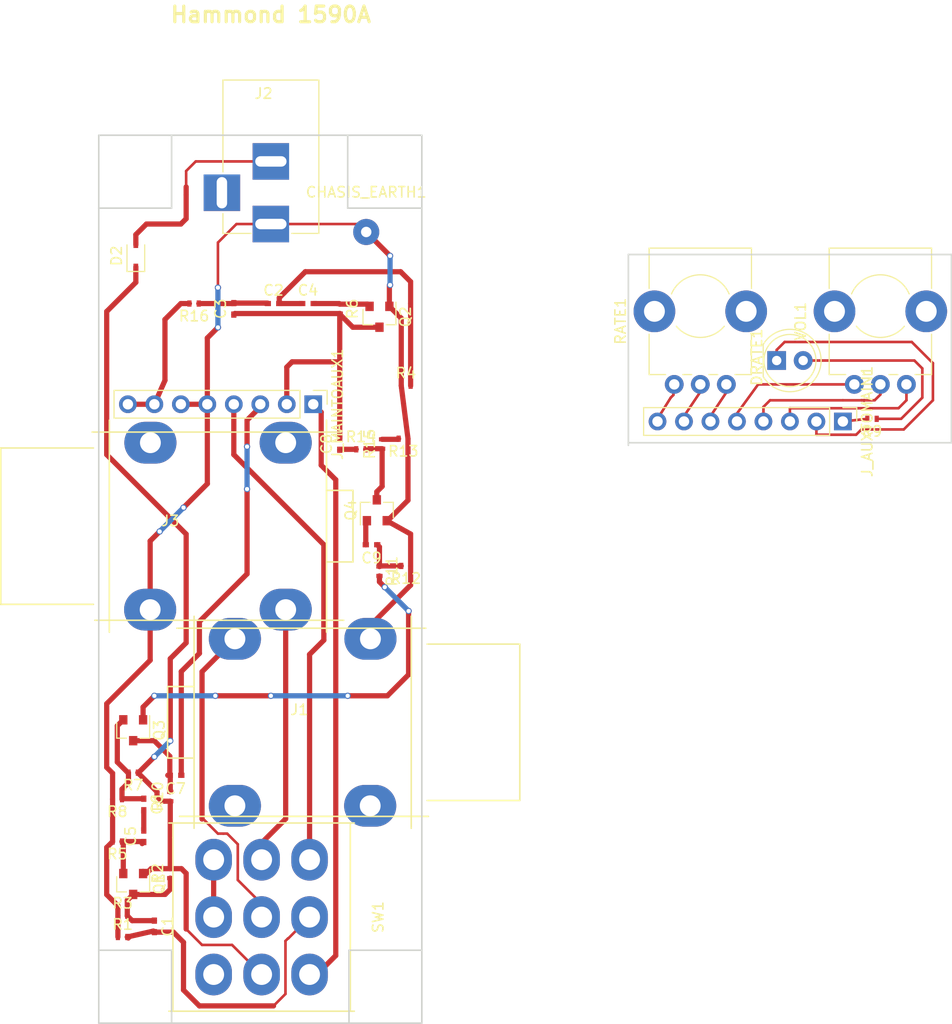
<source format=kicad_pcb>
(kicad_pcb (version 4) (host pcbnew 4.0.6)

  (general
    (links 68)
    (no_connects 0)
    (area 101.778999 61.011999 183.717001 146.252001)
    (thickness 1.6)
    (drawings 19)
    (tracks 277)
    (zones 0)
    (modules 40)
    (nets 42)
  )

  (page A4)
  (title_block
    (title "EA Tremolo")
    (rev R2)
    (comment 4 "Volume and Speed controls only")
  )

  (layers
    (0 F.Cu signal)
    (31 B.Cu signal)
    (32 B.Adhes user hide)
    (33 F.Adhes user hide)
    (34 B.Paste user hide)
    (35 F.Paste user hide)
    (36 B.SilkS user hide)
    (37 F.SilkS user)
    (38 B.Mask user hide)
    (39 F.Mask user hide)
    (40 Dwgs.User user hide)
    (41 Cmts.User user hide)
    (42 Eco1.User user hide)
    (43 Eco2.User user hide)
    (44 Edge.Cuts user)
    (45 Margin user hide)
    (46 B.CrtYd user hide)
    (47 F.CrtYd user)
    (48 B.Fab user hide)
    (49 F.Fab user hide)
  )

  (setup
    (last_trace_width 0.25)
    (user_trace_width 0.5)
    (user_trace_width 0.75)
    (user_trace_width 1)
    (trace_clearance 0.2)
    (zone_clearance 0.508)
    (zone_45_only no)
    (trace_min 0.2)
    (segment_width 0.2)
    (edge_width 0.15)
    (via_size 0.6)
    (via_drill 0.4)
    (via_min_size 0.4)
    (via_min_drill 0.3)
    (user_via 2 1)
    (uvia_size 0.3)
    (uvia_drill 0.1)
    (uvias_allowed no)
    (uvia_min_size 0.2)
    (uvia_min_drill 0.1)
    (pcb_text_width 0.3)
    (pcb_text_size 1.5 1.5)
    (mod_edge_width 0.15)
    (mod_text_size 1 1)
    (mod_text_width 0.15)
    (pad_size 1.524 1.524)
    (pad_drill 0.762)
    (pad_to_mask_clearance 0.2)
    (aux_axis_origin 0 0)
    (visible_elements 7FFEFFFF)
    (pcbplotparams
      (layerselection 0x00030_80000001)
      (usegerberextensions false)
      (excludeedgelayer true)
      (linewidth 0.100000)
      (plotframeref false)
      (viasonmask false)
      (mode 1)
      (useauxorigin false)
      (hpglpennumber 1)
      (hpglpenspeed 20)
      (hpglpendiameter 15)
      (hpglpenoverlay 2)
      (psnegative false)
      (psa4output false)
      (plotreference true)
      (plotvalue true)
      (plotinvisibletext false)
      (padsonsilk false)
      (subtractmaskfromsilk false)
      (outputformat 1)
      (mirror false)
      (drillshape 1)
      (scaleselection 1)
      (outputdirectory ""))
  )

  (net 0 "")
  (net 1 "Net-(C1-Pad1)")
  (net 2 "Net-(C1-Pad2)")
  (net 3 "Net-(C2-Pad1)")
  (net 4 "Net-(C2-Pad2)")
  (net 5 "Net-(C4-Pad2)")
  (net 6 /+9V)
  (net 7 "Net-(C5-Pad2)")
  (net 8 "Net-(C6-Pad1)")
  (net 9 "Net-(C7-Pad2)")
  (net 10 "Net-(C8-Pad1)")
  (net 11 "Net-(C9-Pad1)")
  (net 12 "Net-(C9-Pad2)")
  (net 13 /GND)
  (net 14 "Net-(D2-Pad2)")
  (net 15 "Net-(J1-Pad2)")
  (net 16 "Net-(J1-Pad1)")
  (net 17 "Net-(J1-Pad3)")
  (net 18 "Net-(J2-Pad3)")
  (net 19 "Net-(J3-Pad2)")
  (net 20 "Net-(J3-Pad1)")
  (net 21 "Net-(J3-Pad3)")
  (net 22 "Net-(Q3-Pad1)")
  (net 23 "Net-(Q4-Pad3)")
  (net 24 "Net-(R13-Pad2)")
  (net 25 "Net-(SW1-Pad4)")
  (net 26 "Net-(C5-Pad1)")
  (net 27 "Net-(DRATE1-Pad2)")
  (net 28 "Net-(SW1-Pad1)")
  (net 29 /LED_AN)
  (net 30 "Net-(DRATE1-Pad1)")
  (net 31 "Net-(J_AUXTOMAIN1-Pad7)")
  (net 32 "Net-(J_AUXTOMAIN1-Pad5)")
  (net 33 "Net-(J_AUXTOMAIN1-Pad3)")
  (net 34 "Net-(J_AUXTOMAIN1-Pad1)")
  (net 35 /LED_CA)
  (net 36 /VOL_P2)
  (net 37 "Net-(J_AUXTOMAIN1-Pad4)")
  (net 38 "Net-(J_AUXTOMAIN1-Pad6)")
  (net 39 /VOL_P3)
  (net 40 "Net-(J_AUXTOMAIN1-Pad8)")
  (net 41 /RATE_P1)

  (net_class Default "This is the default net class."
    (clearance 0.2)
    (trace_width 0.25)
    (via_dia 0.6)
    (via_drill 0.4)
    (uvia_dia 0.3)
    (uvia_drill 0.1)
    (add_net /+9V)
    (add_net /GND)
    (add_net /LED_AN)
    (add_net /LED_CA)
    (add_net /RATE_P1)
    (add_net /VOL_P2)
    (add_net /VOL_P3)
    (add_net "Net-(C1-Pad1)")
    (add_net "Net-(C1-Pad2)")
    (add_net "Net-(C2-Pad1)")
    (add_net "Net-(C2-Pad2)")
    (add_net "Net-(C4-Pad2)")
    (add_net "Net-(C5-Pad1)")
    (add_net "Net-(C5-Pad2)")
    (add_net "Net-(C6-Pad1)")
    (add_net "Net-(C7-Pad2)")
    (add_net "Net-(C8-Pad1)")
    (add_net "Net-(C9-Pad1)")
    (add_net "Net-(C9-Pad2)")
    (add_net "Net-(D2-Pad2)")
    (add_net "Net-(DRATE1-Pad1)")
    (add_net "Net-(DRATE1-Pad2)")
    (add_net "Net-(J1-Pad1)")
    (add_net "Net-(J1-Pad2)")
    (add_net "Net-(J1-Pad3)")
    (add_net "Net-(J2-Pad3)")
    (add_net "Net-(J3-Pad1)")
    (add_net "Net-(J3-Pad2)")
    (add_net "Net-(J3-Pad3)")
    (add_net "Net-(J_AUXTOMAIN1-Pad1)")
    (add_net "Net-(J_AUXTOMAIN1-Pad3)")
    (add_net "Net-(J_AUXTOMAIN1-Pad4)")
    (add_net "Net-(J_AUXTOMAIN1-Pad5)")
    (add_net "Net-(J_AUXTOMAIN1-Pad6)")
    (add_net "Net-(J_AUXTOMAIN1-Pad7)")
    (add_net "Net-(J_AUXTOMAIN1-Pad8)")
    (add_net "Net-(Q3-Pad1)")
    (add_net "Net-(Q4-Pad3)")
    (add_net "Net-(R13-Pad2)")
    (add_net "Net-(SW1-Pad1)")
    (add_net "Net-(SW1-Pad4)")
  )

  (module custom_sockets:JackSocket_Mono_PCB (layer F.Cu) (tedit 5A23C889) (tstamp 5A227AF6)
    (at 121.412 117.348 90)
    (path /5A21AB62)
    (fp_text reference J1 (at 1.2065 -0.3175 180) (layer F.SilkS)
      (effects (font (size 1 1) (thickness 0.15)))
    )
    (fp_text value JACK__MONO_2P_NC (at 0.0635 13.2715 90) (layer F.Fab)
      (effects (font (size 1 1) (thickness 0.15)))
    )
    (fp_line (start 0 -12.954) (end -3.429 -12.954) (layer F.SilkS) (width 0.15))
    (fp_line (start -3.429 -12.954) (end -3.429 -10.414) (layer F.SilkS) (width 0.15))
    (fp_line (start 0 -12.954) (end 3.429 -12.954) (layer F.SilkS) (width 0.15))
    (fp_line (start 3.429 -12.954) (end 3.429 -10.414) (layer F.SilkS) (width 0.15))
    (fp_line (start -10.16 10.414) (end 10.16 10.414) (layer F.SilkS) (width 0.15))
    (fp_line (start -10.16 -10.414) (end 10.16 -10.414) (layer F.SilkS) (width 0.15))
    (fp_line (start -7.493 11.938) (end -7.493 20.828) (layer F.SilkS) (width 0.15))
    (fp_line (start -7.493 20.828) (end 7.493 20.828) (layer F.SilkS) (width 0.15))
    (fp_line (start 7.493 20.828) (end 7.493 11.938) (layer F.SilkS) (width 0.15))
    (fp_line (start 9.017 -12.065) (end 9.017 11.811) (layer F.SilkS) (width 0.15))
    (fp_line (start -9.017 -11.811) (end -9.017 12.065) (layer F.SilkS) (width 0.15))
    (pad 2 thru_hole oval (at -8 -6.5 90) (size 4 5) (drill 2) (layers *.Cu *.Mask)
      (net 15 "Net-(J1-Pad2)"))
    (pad 1 thru_hole oval (at 8 -6.5 90) (size 4 5) (drill 2) (layers *.Cu *.Mask)
      (net 16 "Net-(J1-Pad1)"))
    (pad 4 thru_hole oval (at 8 6.5 90) (size 4 5) (drill 2) (layers *.Cu *.Mask)
      (net 13 /GND))
    (pad 3 thru_hole oval (at -8 6.477 90) (size 4 5) (drill 2) (layers *.Cu *.Mask)
      (net 17 "Net-(J1-Pad3)"))
  )

  (module Connectors:BARREL_JACK (layer F.Cu) (tedit 5A23C7E3) (tstamp 5A227B15)
    (at 118.364 69.596 270)
    (descr "DC Barrel Jack")
    (tags "Power Jack")
    (path /5A21B006)
    (fp_text reference J2 (at -12.5095 0.6985 540) (layer F.SilkS)
      (effects (font (size 1 1) (thickness 0.15)))
    )
    (fp_text value BARREL_JACK (at -6.2 -5.5 270) (layer F.Fab)
      (effects (font (size 1 1) (thickness 0.15)))
    )
    (fp_line (start 1 -4.5) (end 1 -4.75) (layer F.CrtYd) (width 0.05))
    (fp_line (start 1 -4.75) (end -14 -4.75) (layer F.CrtYd) (width 0.05))
    (fp_line (start 1 -4.5) (end 1 -2) (layer F.CrtYd) (width 0.05))
    (fp_line (start 1 -2) (end 2 -2) (layer F.CrtYd) (width 0.05))
    (fp_line (start 2 -2) (end 2 2) (layer F.CrtYd) (width 0.05))
    (fp_line (start 2 2) (end 1 2) (layer F.CrtYd) (width 0.05))
    (fp_line (start 1 2) (end 1 4.75) (layer F.CrtYd) (width 0.05))
    (fp_line (start 1 4.75) (end -1 4.75) (layer F.CrtYd) (width 0.05))
    (fp_line (start -1 4.75) (end -1 6.75) (layer F.CrtYd) (width 0.05))
    (fp_line (start -1 6.75) (end -5 6.75) (layer F.CrtYd) (width 0.05))
    (fp_line (start -5 6.75) (end -5 4.75) (layer F.CrtYd) (width 0.05))
    (fp_line (start -5 4.75) (end -14 4.75) (layer F.CrtYd) (width 0.05))
    (fp_line (start -14 4.75) (end -14 -4.75) (layer F.CrtYd) (width 0.05))
    (fp_line (start -5 4.6) (end -13.8 4.6) (layer F.SilkS) (width 0.12))
    (fp_line (start -13.8 4.6) (end -13.8 -4.6) (layer F.SilkS) (width 0.12))
    (fp_line (start 0.9 1.9) (end 0.9 4.6) (layer F.SilkS) (width 0.12))
    (fp_line (start 0.9 4.6) (end -1 4.6) (layer F.SilkS) (width 0.12))
    (fp_line (start -13.8 -4.6) (end 0.9 -4.6) (layer F.SilkS) (width 0.12))
    (fp_line (start 0.9 -4.6) (end 0.9 -2) (layer F.SilkS) (width 0.12))
    (fp_line (start -10.2 -4.5) (end -10.2 4.5) (layer F.Fab) (width 0.1))
    (fp_line (start -13.7 -4.5) (end -13.7 4.5) (layer F.Fab) (width 0.1))
    (fp_line (start -13.7 4.5) (end 0.8 4.5) (layer F.Fab) (width 0.1))
    (fp_line (start 0.8 4.5) (end 0.8 -4.5) (layer F.Fab) (width 0.1))
    (fp_line (start 0.8 -4.5) (end -13.7 -4.5) (layer F.Fab) (width 0.1))
    (pad 1 thru_hole rect (at 0 0 270) (size 3.5 3.5) (drill oval 1 3) (layers *.Cu *.Mask)
      (net 13 /GND))
    (pad 2 thru_hole rect (at -6 0 270) (size 3.5 3.5) (drill oval 1 3) (layers *.Cu *.Mask)
      (net 14 "Net-(D2-Pad2)"))
    (pad 3 thru_hole rect (at -3 4.7 270) (size 3.5 3.5) (drill oval 3 1) (layers *.Cu *.Mask)
      (net 18 "Net-(J2-Pad3)"))
  )

  (module custom_sockets:JackSocket_Mono_PCB (layer F.Cu) (tedit 5A23C88F) (tstamp 5A227B28)
    (at 113.284 98.552 270)
    (path /5A21ABE6)
    (fp_text reference J3 (at -0.508 4.572 360) (layer F.SilkS)
      (effects (font (size 1 1) (thickness 0.15)))
    )
    (fp_text value JACK__MONO_2P_NC (at 0.0635 13.2715 270) (layer F.Fab)
      (effects (font (size 1 1) (thickness 0.15)))
    )
    (fp_line (start 0 -12.954) (end -3.429 -12.954) (layer F.SilkS) (width 0.15))
    (fp_line (start -3.429 -12.954) (end -3.429 -10.414) (layer F.SilkS) (width 0.15))
    (fp_line (start 0 -12.954) (end 3.429 -12.954) (layer F.SilkS) (width 0.15))
    (fp_line (start 3.429 -12.954) (end 3.429 -10.414) (layer F.SilkS) (width 0.15))
    (fp_line (start -10.16 10.414) (end 10.16 10.414) (layer F.SilkS) (width 0.15))
    (fp_line (start -10.16 -10.414) (end 10.16 -10.414) (layer F.SilkS) (width 0.15))
    (fp_line (start -7.493 11.938) (end -7.493 20.828) (layer F.SilkS) (width 0.15))
    (fp_line (start -7.493 20.828) (end 7.493 20.828) (layer F.SilkS) (width 0.15))
    (fp_line (start 7.493 20.828) (end 7.493 11.938) (layer F.SilkS) (width 0.15))
    (fp_line (start 9.017 -12.065) (end 9.017 11.811) (layer F.SilkS) (width 0.15))
    (fp_line (start -9.017 -11.811) (end -9.017 12.065) (layer F.SilkS) (width 0.15))
    (pad 2 thru_hole oval (at -8 -6.5 270) (size 4 5) (drill 2) (layers *.Cu *.Mask)
      (net 19 "Net-(J3-Pad2)"))
    (pad 1 thru_hole oval (at 8 -6.5 270) (size 4 5) (drill 2) (layers *.Cu *.Mask)
      (net 20 "Net-(J3-Pad1)"))
    (pad 4 thru_hole oval (at 8 6.5 270) (size 4 5) (drill 2) (layers *.Cu *.Mask)
      (net 13 /GND))
    (pad 3 thru_hole oval (at -8 6.477 270) (size 4 5) (drill 2) (layers *.Cu *.Mask)
      (net 21 "Net-(J3-Pad3)"))
  )

  (module Wire_Pads:SolderWirePad_single_1mmDrill (layer F.Cu) (tedit 0) (tstamp 5A228E91)
    (at 127.508 70.358)
    (path /5A21E5AB)
    (fp_text reference CHASIS_EARTH1 (at 0 -3.81) (layer F.SilkS)
      (effects (font (size 1 1) (thickness 0.15)))
    )
    (fp_text value CONN_01X01 (at -1.905 3.175) (layer F.Fab)
      (effects (font (size 1 1) (thickness 0.15)))
    )
    (pad 1 thru_hole circle (at 0 0) (size 2.49936 2.49936) (drill 1.00076) (layers *.Cu *.Mask)
      (net 13 /GND))
  )

  (module LEDs:LED_D5.0mm (layer F.Cu) (tedit 5A245C02) (tstamp 5A228EB6)
    (at 166.878 82.677)
    (descr "LED, diameter 5.0mm, 2 pins, http://cdn-reichelt.de/documents/datenblatt/A500/LL-504BC2E-009.pdf")
    (tags "LED diameter 5.0mm 2 pins")
    (path /5A2316FC)
    (fp_text reference DRATE1 (at -1.905 -0.3175 90) (layer F.SilkS)
      (effects (font (size 1 1) (thickness 0.15)))
    )
    (fp_text value LED (at 1.27 3.96) (layer F.Fab)
      (effects (font (size 1 1) (thickness 0.15)))
    )
    (fp_arc (start 1.27 0) (end -1.23 -1.469694) (angle 299.1) (layer F.Fab) (width 0.1))
    (fp_arc (start 1.27 0) (end -1.29 -1.54483) (angle 148.9) (layer F.SilkS) (width 0.12))
    (fp_arc (start 1.27 0) (end -1.29 1.54483) (angle -148.9) (layer F.SilkS) (width 0.12))
    (fp_circle (center 1.27 0) (end 3.77 0) (layer F.Fab) (width 0.1))
    (fp_circle (center 1.27 0) (end 3.77 0) (layer F.SilkS) (width 0.12))
    (fp_line (start -1.23 -1.469694) (end -1.23 1.469694) (layer F.Fab) (width 0.1))
    (fp_line (start -1.29 -1.545) (end -1.29 1.545) (layer F.SilkS) (width 0.12))
    (fp_line (start -1.95 -3.25) (end -1.95 3.25) (layer F.CrtYd) (width 0.05))
    (fp_line (start -1.95 3.25) (end 4.5 3.25) (layer F.CrtYd) (width 0.05))
    (fp_line (start 4.5 3.25) (end 4.5 -3.25) (layer F.CrtYd) (width 0.05))
    (fp_line (start 4.5 -3.25) (end -1.95 -3.25) (layer F.CrtYd) (width 0.05))
    (fp_text user %R (at 1.25 0) (layer F.Fab)
      (effects (font (size 0.8 0.8) (thickness 0.2)))
    )
    (pad 1 thru_hole rect (at 0 0) (size 1.8 1.8) (drill 0.9) (layers *.Cu *.Mask)
      (net 30 "Net-(DRATE1-Pad1)"))
    (pad 2 thru_hole circle (at 2.54 0) (size 1.8 1.8) (drill 0.9) (layers *.Cu *.Mask)
      (net 27 "Net-(DRATE1-Pad2)"))
    (model ${KISYS3DMOD}/LEDs.3dshapes/LED_D5.0mm.wrl
      (at (xyz 0 0 0))
      (scale (xyz 0.393701 0.393701 0.393701))
      (rotate (xyz 0 0 0))
    )
  )

  (module Capacitors_SMD:C_0402_NoSilk (layer F.Cu) (tedit 58AA8408) (tstamp 5A2C6F7C)
    (at 107.188 136.906 270)
    (descr "Capacitor SMD 0402, reflow soldering, AVX (see smccp.pdf)")
    (tags "capacitor 0402")
    (path /5A21B803)
    (attr smd)
    (fp_text reference C1 (at 0 -1.27 270) (layer F.SilkS)
      (effects (font (size 1 1) (thickness 0.15)))
    )
    (fp_text value 47nF (at 0 1.27 270) (layer F.Fab)
      (effects (font (size 1 1) (thickness 0.15)))
    )
    (fp_text user %R (at 0 -1.27 270) (layer F.Fab)
      (effects (font (size 1 1) (thickness 0.15)))
    )
    (fp_line (start -0.5 0.25) (end -0.5 -0.25) (layer F.Fab) (width 0.1))
    (fp_line (start 0.5 0.25) (end -0.5 0.25) (layer F.Fab) (width 0.1))
    (fp_line (start 0.5 -0.25) (end 0.5 0.25) (layer F.Fab) (width 0.1))
    (fp_line (start -0.5 -0.25) (end 0.5 -0.25) (layer F.Fab) (width 0.1))
    (fp_line (start -1 -0.4) (end 1 -0.4) (layer F.CrtYd) (width 0.05))
    (fp_line (start -1 -0.4) (end -1 0.4) (layer F.CrtYd) (width 0.05))
    (fp_line (start 1 0.4) (end 1 -0.4) (layer F.CrtYd) (width 0.05))
    (fp_line (start 1 0.4) (end -1 0.4) (layer F.CrtYd) (width 0.05))
    (pad 1 smd rect (at -0.55 0 270) (size 0.6 0.5) (layers F.Cu F.Paste F.Mask)
      (net 1 "Net-(C1-Pad1)"))
    (pad 2 smd rect (at 0.55 0 270) (size 0.6 0.5) (layers F.Cu F.Paste F.Mask)
      (net 2 "Net-(C1-Pad2)"))
    (model Capacitors_SMD.3dshapes/C_0402.wrl
      (at (xyz 0 0 0))
      (scale (xyz 1 1 1))
      (rotate (xyz 0 0 0))
    )
  )

  (module Capacitors_SMD:C_0402_NoSilk (layer F.Cu) (tedit 58AA8408) (tstamp 5A2C6F81)
    (at 118.618 77.216)
    (descr "Capacitor SMD 0402, reflow soldering, AVX (see smccp.pdf)")
    (tags "capacitor 0402")
    (path /5A2225A5)
    (attr smd)
    (fp_text reference C2 (at 0 -1.27) (layer F.SilkS)
      (effects (font (size 1 1) (thickness 0.15)))
    )
    (fp_text value 1uF (at 0 1.27) (layer F.Fab)
      (effects (font (size 1 1) (thickness 0.15)))
    )
    (fp_text user %R (at 0 -1.27) (layer F.Fab)
      (effects (font (size 1 1) (thickness 0.15)))
    )
    (fp_line (start -0.5 0.25) (end -0.5 -0.25) (layer F.Fab) (width 0.1))
    (fp_line (start 0.5 0.25) (end -0.5 0.25) (layer F.Fab) (width 0.1))
    (fp_line (start 0.5 -0.25) (end 0.5 0.25) (layer F.Fab) (width 0.1))
    (fp_line (start -0.5 -0.25) (end 0.5 -0.25) (layer F.Fab) (width 0.1))
    (fp_line (start -1 -0.4) (end 1 -0.4) (layer F.CrtYd) (width 0.05))
    (fp_line (start -1 -0.4) (end -1 0.4) (layer F.CrtYd) (width 0.05))
    (fp_line (start 1 0.4) (end 1 -0.4) (layer F.CrtYd) (width 0.05))
    (fp_line (start 1 0.4) (end -1 0.4) (layer F.CrtYd) (width 0.05))
    (pad 1 smd rect (at -0.55 0) (size 0.6 0.5) (layers F.Cu F.Paste F.Mask)
      (net 3 "Net-(C2-Pad1)"))
    (pad 2 smd rect (at 0.55 0) (size 0.6 0.5) (layers F.Cu F.Paste F.Mask)
      (net 4 "Net-(C2-Pad2)"))
    (model Capacitors_SMD.3dshapes/C_0402.wrl
      (at (xyz 0 0 0))
      (scale (xyz 1 1 1))
      (rotate (xyz 0 0 0))
    )
  )

  (module Capacitors_SMD:C_0402_NoSilk (layer F.Cu) (tedit 58AA8408) (tstamp 5A2C6F86)
    (at 114.808 77.724 90)
    (descr "Capacitor SMD 0402, reflow soldering, AVX (see smccp.pdf)")
    (tags "capacitor 0402")
    (path /5A222440)
    (attr smd)
    (fp_text reference C3 (at 0 -1.27 90) (layer F.SilkS)
      (effects (font (size 1 1) (thickness 0.15)))
    )
    (fp_text value 1uF (at 0 1.27 90) (layer F.Fab)
      (effects (font (size 1 1) (thickness 0.15)))
    )
    (fp_text user %R (at 0 -1.27 90) (layer F.Fab)
      (effects (font (size 1 1) (thickness 0.15)))
    )
    (fp_line (start -0.5 0.25) (end -0.5 -0.25) (layer F.Fab) (width 0.1))
    (fp_line (start 0.5 0.25) (end -0.5 0.25) (layer F.Fab) (width 0.1))
    (fp_line (start 0.5 -0.25) (end 0.5 0.25) (layer F.Fab) (width 0.1))
    (fp_line (start -0.5 -0.25) (end 0.5 -0.25) (layer F.Fab) (width 0.1))
    (fp_line (start -1 -0.4) (end 1 -0.4) (layer F.CrtYd) (width 0.05))
    (fp_line (start -1 -0.4) (end -1 0.4) (layer F.CrtYd) (width 0.05))
    (fp_line (start 1 0.4) (end 1 -0.4) (layer F.CrtYd) (width 0.05))
    (fp_line (start 1 0.4) (end -1 0.4) (layer F.CrtYd) (width 0.05))
    (pad 1 smd rect (at -0.55 0 90) (size 0.6 0.5) (layers F.Cu F.Paste F.Mask)
      (net 29 /LED_AN))
    (pad 2 smd rect (at 0.55 0 90) (size 0.6 0.5) (layers F.Cu F.Paste F.Mask)
      (net 3 "Net-(C2-Pad1)"))
    (model Capacitors_SMD.3dshapes/C_0402.wrl
      (at (xyz 0 0 0))
      (scale (xyz 1 1 1))
      (rotate (xyz 0 0 0))
    )
  )

  (module Capacitors_SMD:C_0402_NoSilk (layer F.Cu) (tedit 58AA8408) (tstamp 5A2C6F8B)
    (at 121.92 77.216)
    (descr "Capacitor SMD 0402, reflow soldering, AVX (see smccp.pdf)")
    (tags "capacitor 0402")
    (path /5A22251D)
    (attr smd)
    (fp_text reference C4 (at 0 -1.27) (layer F.SilkS)
      (effects (font (size 1 1) (thickness 0.15)))
    )
    (fp_text value 1uF (at 0 1.27) (layer F.Fab)
      (effects (font (size 1 1) (thickness 0.15)))
    )
    (fp_text user %R (at 0 -1.27) (layer F.Fab)
      (effects (font (size 1 1) (thickness 0.15)))
    )
    (fp_line (start -0.5 0.25) (end -0.5 -0.25) (layer F.Fab) (width 0.1))
    (fp_line (start 0.5 0.25) (end -0.5 0.25) (layer F.Fab) (width 0.1))
    (fp_line (start 0.5 -0.25) (end 0.5 0.25) (layer F.Fab) (width 0.1))
    (fp_line (start -0.5 -0.25) (end 0.5 -0.25) (layer F.Fab) (width 0.1))
    (fp_line (start -1 -0.4) (end 1 -0.4) (layer F.CrtYd) (width 0.05))
    (fp_line (start -1 -0.4) (end -1 0.4) (layer F.CrtYd) (width 0.05))
    (fp_line (start 1 0.4) (end 1 -0.4) (layer F.CrtYd) (width 0.05))
    (fp_line (start 1 0.4) (end -1 0.4) (layer F.CrtYd) (width 0.05))
    (pad 1 smd rect (at -0.55 0) (size 0.6 0.5) (layers F.Cu F.Paste F.Mask)
      (net 4 "Net-(C2-Pad2)"))
    (pad 2 smd rect (at 0.55 0) (size 0.6 0.5) (layers F.Cu F.Paste F.Mask)
      (net 5 "Net-(C4-Pad2)"))
    (model Capacitors_SMD.3dshapes/C_0402.wrl
      (at (xyz 0 0 0))
      (scale (xyz 1 1 1))
      (rotate (xyz 0 0 0))
    )
  )

  (module Capacitors_SMD:C_0402_NoSilk (layer F.Cu) (tedit 58AA8408) (tstamp 5A2C6F90)
    (at 106.172 128.27 90)
    (descr "Capacitor SMD 0402, reflow soldering, AVX (see smccp.pdf)")
    (tags "capacitor 0402")
    (path /5A21C6B2)
    (attr smd)
    (fp_text reference C5 (at 0 -1.27 90) (layer F.SilkS)
      (effects (font (size 1 1) (thickness 0.15)))
    )
    (fp_text value 10uF (at 0 1.27 90) (layer F.Fab)
      (effects (font (size 1 1) (thickness 0.15)))
    )
    (fp_text user %R (at 0 -1.27 90) (layer F.Fab)
      (effects (font (size 1 1) (thickness 0.15)))
    )
    (fp_line (start -0.5 0.25) (end -0.5 -0.25) (layer F.Fab) (width 0.1))
    (fp_line (start 0.5 0.25) (end -0.5 0.25) (layer F.Fab) (width 0.1))
    (fp_line (start 0.5 -0.25) (end 0.5 0.25) (layer F.Fab) (width 0.1))
    (fp_line (start -0.5 -0.25) (end 0.5 -0.25) (layer F.Fab) (width 0.1))
    (fp_line (start -1 -0.4) (end 1 -0.4) (layer F.CrtYd) (width 0.05))
    (fp_line (start -1 -0.4) (end -1 0.4) (layer F.CrtYd) (width 0.05))
    (fp_line (start 1 0.4) (end 1 -0.4) (layer F.CrtYd) (width 0.05))
    (fp_line (start 1 0.4) (end -1 0.4) (layer F.CrtYd) (width 0.05))
    (pad 1 smd rect (at -0.55 0 90) (size 0.6 0.5) (layers F.Cu F.Paste F.Mask)
      (net 26 "Net-(C5-Pad1)"))
    (pad 2 smd rect (at 0.55 0 90) (size 0.6 0.5) (layers F.Cu F.Paste F.Mask)
      (net 7 "Net-(C5-Pad2)"))
    (model Capacitors_SMD.3dshapes/C_0402.wrl
      (at (xyz 0 0 0))
      (scale (xyz 1 1 1))
      (rotate (xyz 0 0 0))
    )
  )

  (module Capacitors_SMD:C_0402_NoSilk (layer F.Cu) (tedit 58AA8408) (tstamp 5A2C6F95)
    (at 106.172 125.222 270)
    (descr "Capacitor SMD 0402, reflow soldering, AVX (see smccp.pdf)")
    (tags "capacitor 0402")
    (path /5A21C77C)
    (attr smd)
    (fp_text reference C6 (at 0 -1.27 270) (layer F.SilkS)
      (effects (font (size 1 1) (thickness 0.15)))
    )
    (fp_text value 220nF (at 0 1.27 270) (layer F.Fab)
      (effects (font (size 1 1) (thickness 0.15)))
    )
    (fp_text user %R (at 0 -1.27 270) (layer F.Fab)
      (effects (font (size 1 1) (thickness 0.15)))
    )
    (fp_line (start -0.5 0.25) (end -0.5 -0.25) (layer F.Fab) (width 0.1))
    (fp_line (start 0.5 0.25) (end -0.5 0.25) (layer F.Fab) (width 0.1))
    (fp_line (start 0.5 -0.25) (end 0.5 0.25) (layer F.Fab) (width 0.1))
    (fp_line (start -0.5 -0.25) (end 0.5 -0.25) (layer F.Fab) (width 0.1))
    (fp_line (start -1 -0.4) (end 1 -0.4) (layer F.CrtYd) (width 0.05))
    (fp_line (start -1 -0.4) (end -1 0.4) (layer F.CrtYd) (width 0.05))
    (fp_line (start 1 0.4) (end 1 -0.4) (layer F.CrtYd) (width 0.05))
    (fp_line (start 1 0.4) (end -1 0.4) (layer F.CrtYd) (width 0.05))
    (pad 1 smd rect (at -0.55 0 270) (size 0.6 0.5) (layers F.Cu F.Paste F.Mask)
      (net 8 "Net-(C6-Pad1)"))
    (pad 2 smd rect (at 0.55 0 270) (size 0.6 0.5) (layers F.Cu F.Paste F.Mask)
      (net 7 "Net-(C5-Pad2)"))
    (model Capacitors_SMD.3dshapes/C_0402.wrl
      (at (xyz 0 0 0))
      (scale (xyz 1 1 1))
      (rotate (xyz 0 0 0))
    )
  )

  (module Capacitors_SMD:C_0402_NoSilk (layer F.Cu) (tedit 58AA8408) (tstamp 5A2C6F9A)
    (at 109.22 122.428 180)
    (descr "Capacitor SMD 0402, reflow soldering, AVX (see smccp.pdf)")
    (tags "capacitor 0402")
    (path /5A21F439)
    (attr smd)
    (fp_text reference C7 (at 0 -1.27 180) (layer F.SilkS)
      (effects (font (size 1 1) (thickness 0.15)))
    )
    (fp_text value 470nF (at 0 1.27 180) (layer F.Fab)
      (effects (font (size 1 1) (thickness 0.15)))
    )
    (fp_text user %R (at 0 -1.27 180) (layer F.Fab)
      (effects (font (size 1 1) (thickness 0.15)))
    )
    (fp_line (start -0.5 0.25) (end -0.5 -0.25) (layer F.Fab) (width 0.1))
    (fp_line (start 0.5 0.25) (end -0.5 0.25) (layer F.Fab) (width 0.1))
    (fp_line (start 0.5 -0.25) (end 0.5 0.25) (layer F.Fab) (width 0.1))
    (fp_line (start -0.5 -0.25) (end 0.5 -0.25) (layer F.Fab) (width 0.1))
    (fp_line (start -1 -0.4) (end 1 -0.4) (layer F.CrtYd) (width 0.05))
    (fp_line (start -1 -0.4) (end -1 0.4) (layer F.CrtYd) (width 0.05))
    (fp_line (start 1 0.4) (end 1 -0.4) (layer F.CrtYd) (width 0.05))
    (fp_line (start 1 0.4) (end -1 0.4) (layer F.CrtYd) (width 0.05))
    (pad 1 smd rect (at -0.55 0 180) (size 0.6 0.5) (layers F.Cu F.Paste F.Mask)
      (net 39 /VOL_P3))
    (pad 2 smd rect (at 0.55 0 180) (size 0.6 0.5) (layers F.Cu F.Paste F.Mask)
      (net 9 "Net-(C7-Pad2)"))
    (model Capacitors_SMD.3dshapes/C_0402.wrl
      (at (xyz 0 0 0))
      (scale (xyz 1 1 1))
      (rotate (xyz 0 0 0))
    )
  )

  (module Capacitors_SMD:C_0402_NoSilk (layer F.Cu) (tedit 58AA8408) (tstamp 5A2C6F9F)
    (at 124.968 90.678 90)
    (descr "Capacitor SMD 0402, reflow soldering, AVX (see smccp.pdf)")
    (tags "capacitor 0402")
    (path /5A22016A)
    (attr smd)
    (fp_text reference C8 (at 0 -1.27 90) (layer F.SilkS)
      (effects (font (size 1 1) (thickness 0.15)))
    )
    (fp_text value 470nF (at 0 1.27 90) (layer F.Fab)
      (effects (font (size 1 1) (thickness 0.15)))
    )
    (fp_text user %R (at 0 -1.27 90) (layer F.Fab)
      (effects (font (size 1 1) (thickness 0.15)))
    )
    (fp_line (start -0.5 0.25) (end -0.5 -0.25) (layer F.Fab) (width 0.1))
    (fp_line (start 0.5 0.25) (end -0.5 0.25) (layer F.Fab) (width 0.1))
    (fp_line (start 0.5 -0.25) (end 0.5 0.25) (layer F.Fab) (width 0.1))
    (fp_line (start -0.5 -0.25) (end 0.5 -0.25) (layer F.Fab) (width 0.1))
    (fp_line (start -1 -0.4) (end 1 -0.4) (layer F.CrtYd) (width 0.05))
    (fp_line (start -1 -0.4) (end -1 0.4) (layer F.CrtYd) (width 0.05))
    (fp_line (start 1 0.4) (end 1 -0.4) (layer F.CrtYd) (width 0.05))
    (fp_line (start 1 0.4) (end -1 0.4) (layer F.CrtYd) (width 0.05))
    (pad 1 smd rect (at -0.55 0 90) (size 0.6 0.5) (layers F.Cu F.Paste F.Mask)
      (net 10 "Net-(C8-Pad1)"))
    (pad 2 smd rect (at 0.55 0 90) (size 0.6 0.5) (layers F.Cu F.Paste F.Mask)
      (net 29 /LED_AN))
    (model Capacitors_SMD.3dshapes/C_0402.wrl
      (at (xyz 0 0 0))
      (scale (xyz 1 1 1))
      (rotate (xyz 0 0 0))
    )
  )

  (module Capacitors_SMD:C_0402_NoSilk (layer F.Cu) (tedit 58AA8408) (tstamp 5A2C6FA4)
    (at 128.016 100.33 180)
    (descr "Capacitor SMD 0402, reflow soldering, AVX (see smccp.pdf)")
    (tags "capacitor 0402")
    (path /5A21E897)
    (attr smd)
    (fp_text reference C9 (at 0 -1.27 180) (layer F.SilkS)
      (effects (font (size 1 1) (thickness 0.15)))
    )
    (fp_text value 10uF (at 0 1.27 180) (layer F.Fab)
      (effects (font (size 1 1) (thickness 0.15)))
    )
    (fp_text user %R (at 0 -1.27 180) (layer F.Fab)
      (effects (font (size 1 1) (thickness 0.15)))
    )
    (fp_line (start -0.5 0.25) (end -0.5 -0.25) (layer F.Fab) (width 0.1))
    (fp_line (start 0.5 0.25) (end -0.5 0.25) (layer F.Fab) (width 0.1))
    (fp_line (start 0.5 -0.25) (end 0.5 0.25) (layer F.Fab) (width 0.1))
    (fp_line (start -0.5 -0.25) (end 0.5 -0.25) (layer F.Fab) (width 0.1))
    (fp_line (start -1 -0.4) (end 1 -0.4) (layer F.CrtYd) (width 0.05))
    (fp_line (start -1 -0.4) (end -1 0.4) (layer F.CrtYd) (width 0.05))
    (fp_line (start 1 0.4) (end 1 -0.4) (layer F.CrtYd) (width 0.05))
    (fp_line (start 1 0.4) (end -1 0.4) (layer F.CrtYd) (width 0.05))
    (pad 1 smd rect (at -0.55 0 180) (size 0.6 0.5) (layers F.Cu F.Paste F.Mask)
      (net 11 "Net-(C9-Pad1)"))
    (pad 2 smd rect (at 0.55 0 180) (size 0.6 0.5) (layers F.Cu F.Paste F.Mask)
      (net 12 "Net-(C9-Pad2)"))
    (model Capacitors_SMD.3dshapes/C_0402.wrl
      (at (xyz 0 0 0))
      (scale (xyz 1 1 1))
      (rotate (xyz 0 0 0))
    )
  )

  (module Resistors_SMD:R_0402_NoSilk (layer F.Cu) (tedit 58E0A804) (tstamp 5A2C6FBB)
    (at 104.14 137.922)
    (descr "Resistor SMD 0402, reflow soldering, Vishay (see dcrcw.pdf)")
    (tags "resistor 0402")
    (path /5A21B1F5)
    (attr smd)
    (fp_text reference R1 (at 0 -1.2) (layer F.SilkS)
      (effects (font (size 1 1) (thickness 0.15)))
    )
    (fp_text value 1M (at 0 1.25) (layer F.Fab)
      (effects (font (size 1 1) (thickness 0.15)))
    )
    (fp_text user %R (at 0 -1.2) (layer F.Fab)
      (effects (font (size 1 1) (thickness 0.15)))
    )
    (fp_line (start -0.5 0.25) (end -0.5 -0.25) (layer F.Fab) (width 0.1))
    (fp_line (start 0.5 0.25) (end -0.5 0.25) (layer F.Fab) (width 0.1))
    (fp_line (start 0.5 -0.25) (end 0.5 0.25) (layer F.Fab) (width 0.1))
    (fp_line (start -0.5 -0.25) (end 0.5 -0.25) (layer F.Fab) (width 0.1))
    (fp_line (start -0.8 -0.45) (end 0.8 -0.45) (layer F.CrtYd) (width 0.05))
    (fp_line (start -0.8 -0.45) (end -0.8 0.45) (layer F.CrtYd) (width 0.05))
    (fp_line (start 0.8 0.45) (end 0.8 -0.45) (layer F.CrtYd) (width 0.05))
    (fp_line (start 0.8 0.45) (end -0.8 0.45) (layer F.CrtYd) (width 0.05))
    (pad 1 smd rect (at -0.45 0) (size 0.4 0.6) (layers F.Cu F.Paste F.Mask)
      (net 13 /GND))
    (pad 2 smd rect (at 0.45 0) (size 0.4 0.6) (layers F.Cu F.Paste F.Mask)
      (net 2 "Net-(C1-Pad2)"))
    (model ${KISYS3DMOD}/Resistors_SMD.3dshapes/R_0402.wrl
      (at (xyz 0 0 0))
      (scale (xyz 1 1 1))
      (rotate (xyz 0 0 0))
    )
  )

  (module Resistors_SMD:R_0402_NoSilk (layer F.Cu) (tedit 58E0A804) (tstamp 5A2C6FC0)
    (at 108.712 131.826 90)
    (descr "Resistor SMD 0402, reflow soldering, Vishay (see dcrcw.pdf)")
    (tags "resistor 0402")
    (path /5A21BD65)
    (attr smd)
    (fp_text reference R2 (at 0 -1.2 90) (layer F.SilkS)
      (effects (font (size 1 1) (thickness 0.15)))
    )
    (fp_text value 1M (at 0 1.25 90) (layer F.Fab)
      (effects (font (size 1 1) (thickness 0.15)))
    )
    (fp_text user %R (at 0 -1.2 90) (layer F.Fab)
      (effects (font (size 1 1) (thickness 0.15)))
    )
    (fp_line (start -0.5 0.25) (end -0.5 -0.25) (layer F.Fab) (width 0.1))
    (fp_line (start 0.5 0.25) (end -0.5 0.25) (layer F.Fab) (width 0.1))
    (fp_line (start 0.5 -0.25) (end 0.5 0.25) (layer F.Fab) (width 0.1))
    (fp_line (start -0.5 -0.25) (end 0.5 -0.25) (layer F.Fab) (width 0.1))
    (fp_line (start -0.8 -0.45) (end 0.8 -0.45) (layer F.CrtYd) (width 0.05))
    (fp_line (start -0.8 -0.45) (end -0.8 0.45) (layer F.CrtYd) (width 0.05))
    (fp_line (start 0.8 0.45) (end 0.8 -0.45) (layer F.CrtYd) (width 0.05))
    (fp_line (start 0.8 0.45) (end -0.8 0.45) (layer F.CrtYd) (width 0.05))
    (pad 1 smd rect (at -0.45 0 90) (size 0.4 0.6) (layers F.Cu F.Paste F.Mask)
      (net 1 "Net-(C1-Pad1)"))
    (pad 2 smd rect (at 0.45 0 90) (size 0.4 0.6) (layers F.Cu F.Paste F.Mask)
      (net 6 /+9V))
    (model ${KISYS3DMOD}/Resistors_SMD.3dshapes/R_0402.wrl
      (at (xyz 0 0 0))
      (scale (xyz 1 1 1))
      (rotate (xyz 0 0 0))
    )
  )

  (module Resistors_SMD:R_0402_NoSilk (layer F.Cu) (tedit 58E0A804) (tstamp 5A2C6FC5)
    (at 104.14 135.89)
    (descr "Resistor SMD 0402, reflow soldering, Vishay (see dcrcw.pdf)")
    (tags "resistor 0402")
    (path /5A21B7E2)
    (attr smd)
    (fp_text reference R3 (at 0 -1.2) (layer F.SilkS)
      (effects (font (size 1 1) (thickness 0.15)))
    )
    (fp_text value 1M (at 0 1.25) (layer F.Fab)
      (effects (font (size 1 1) (thickness 0.15)))
    )
    (fp_text user %R (at 0 -1.2) (layer F.Fab)
      (effects (font (size 1 1) (thickness 0.15)))
    )
    (fp_line (start -0.5 0.25) (end -0.5 -0.25) (layer F.Fab) (width 0.1))
    (fp_line (start 0.5 0.25) (end -0.5 0.25) (layer F.Fab) (width 0.1))
    (fp_line (start 0.5 -0.25) (end 0.5 0.25) (layer F.Fab) (width 0.1))
    (fp_line (start -0.5 -0.25) (end 0.5 -0.25) (layer F.Fab) (width 0.1))
    (fp_line (start -0.8 -0.45) (end 0.8 -0.45) (layer F.CrtYd) (width 0.05))
    (fp_line (start -0.8 -0.45) (end -0.8 0.45) (layer F.CrtYd) (width 0.05))
    (fp_line (start 0.8 0.45) (end 0.8 -0.45) (layer F.CrtYd) (width 0.05))
    (fp_line (start 0.8 0.45) (end -0.8 0.45) (layer F.CrtYd) (width 0.05))
    (pad 1 smd rect (at -0.45 0) (size 0.4 0.6) (layers F.Cu F.Paste F.Mask)
      (net 13 /GND))
    (pad 2 smd rect (at 0.45 0) (size 0.4 0.6) (layers F.Cu F.Paste F.Mask)
      (net 1 "Net-(C1-Pad1)"))
    (model ${KISYS3DMOD}/Resistors_SMD.3dshapes/R_0402.wrl
      (at (xyz 0 0 0))
      (scale (xyz 1 1 1))
      (rotate (xyz 0 0 0))
    )
  )

  (module Resistors_SMD:R_0402_NoSilk (layer F.Cu) (tedit 58E0A804) (tstamp 5A2C6FCA)
    (at 131.318 85.09)
    (descr "Resistor SMD 0402, reflow soldering, Vishay (see dcrcw.pdf)")
    (tags "resistor 0402")
    (path /5A2238A3)
    (attr smd)
    (fp_text reference R4 (at 0 -1.2) (layer F.SilkS)
      (effects (font (size 1 1) (thickness 0.15)))
    )
    (fp_text value 15K (at 0 1.25) (layer F.Fab)
      (effects (font (size 1 1) (thickness 0.15)))
    )
    (fp_text user %R (at 0 -1.2) (layer F.Fab)
      (effects (font (size 1 1) (thickness 0.15)))
    )
    (fp_line (start -0.5 0.25) (end -0.5 -0.25) (layer F.Fab) (width 0.1))
    (fp_line (start 0.5 0.25) (end -0.5 0.25) (layer F.Fab) (width 0.1))
    (fp_line (start 0.5 -0.25) (end 0.5 0.25) (layer F.Fab) (width 0.1))
    (fp_line (start -0.5 -0.25) (end 0.5 -0.25) (layer F.Fab) (width 0.1))
    (fp_line (start -0.8 -0.45) (end 0.8 -0.45) (layer F.CrtYd) (width 0.05))
    (fp_line (start -0.8 -0.45) (end -0.8 0.45) (layer F.CrtYd) (width 0.05))
    (fp_line (start 0.8 0.45) (end 0.8 -0.45) (layer F.CrtYd) (width 0.05))
    (fp_line (start 0.8 0.45) (end -0.8 0.45) (layer F.CrtYd) (width 0.05))
    (pad 1 smd rect (at -0.45 0) (size 0.4 0.6) (layers F.Cu F.Paste F.Mask)
      (net 13 /GND))
    (pad 2 smd rect (at 0.45 0) (size 0.4 0.6) (layers F.Cu F.Paste F.Mask)
      (net 4 "Net-(C2-Pad2)"))
    (model ${KISYS3DMOD}/Resistors_SMD.3dshapes/R_0402.wrl
      (at (xyz 0 0 0))
      (scale (xyz 1 1 1))
      (rotate (xyz 0 0 0))
    )
  )

  (module Resistors_SMD:R_0402_NoSilk (layer F.Cu) (tedit 58E0A804) (tstamp 5A2C6FCF)
    (at 103.632 128.778 180)
    (descr "Resistor SMD 0402, reflow soldering, Vishay (see dcrcw.pdf)")
    (tags "resistor 0402")
    (path /5A21BEA6)
    (attr smd)
    (fp_text reference R5 (at 0 -1.2 180) (layer F.SilkS)
      (effects (font (size 1 1) (thickness 0.15)))
    )
    (fp_text value 10K (at 0 1.25 180) (layer F.Fab)
      (effects (font (size 1 1) (thickness 0.15)))
    )
    (fp_text user %R (at 0 -1.2 180) (layer F.Fab)
      (effects (font (size 1 1) (thickness 0.15)))
    )
    (fp_line (start -0.5 0.25) (end -0.5 -0.25) (layer F.Fab) (width 0.1))
    (fp_line (start 0.5 0.25) (end -0.5 0.25) (layer F.Fab) (width 0.1))
    (fp_line (start 0.5 -0.25) (end 0.5 0.25) (layer F.Fab) (width 0.1))
    (fp_line (start -0.5 -0.25) (end 0.5 -0.25) (layer F.Fab) (width 0.1))
    (fp_line (start -0.8 -0.45) (end 0.8 -0.45) (layer F.CrtYd) (width 0.05))
    (fp_line (start -0.8 -0.45) (end -0.8 0.45) (layer F.CrtYd) (width 0.05))
    (fp_line (start 0.8 0.45) (end 0.8 -0.45) (layer F.CrtYd) (width 0.05))
    (fp_line (start 0.8 0.45) (end -0.8 0.45) (layer F.CrtYd) (width 0.05))
    (pad 1 smd rect (at -0.45 0 180) (size 0.4 0.6) (layers F.Cu F.Paste F.Mask)
      (net 26 "Net-(C5-Pad1)"))
    (pad 2 smd rect (at 0.45 0 180) (size 0.4 0.6) (layers F.Cu F.Paste F.Mask)
      (net 13 /GND))
    (model ${KISYS3DMOD}/Resistors_SMD.3dshapes/R_0402.wrl
      (at (xyz 0 0 0))
      (scale (xyz 1 1 1))
      (rotate (xyz 0 0 0))
    )
  )

  (module Resistors_SMD:R_0402_NoSilk (layer F.Cu) (tedit 58E0A804) (tstamp 5A2C6FD4)
    (at 124.968 77.724 270)
    (descr "Resistor SMD 0402, reflow soldering, Vishay (see dcrcw.pdf)")
    (tags "resistor 0402")
    (path /5A220B24)
    (attr smd)
    (fp_text reference R6 (at 0 -1.2 270) (layer F.SilkS)
      (effects (font (size 1 1) (thickness 0.15)))
    )
    (fp_text value 2.2M (at 0 1.25 270) (layer F.Fab)
      (effects (font (size 1 1) (thickness 0.15)))
    )
    (fp_text user %R (at 0 -1.2 270) (layer F.Fab)
      (effects (font (size 1 1) (thickness 0.15)))
    )
    (fp_line (start -0.5 0.25) (end -0.5 -0.25) (layer F.Fab) (width 0.1))
    (fp_line (start 0.5 0.25) (end -0.5 0.25) (layer F.Fab) (width 0.1))
    (fp_line (start 0.5 -0.25) (end 0.5 0.25) (layer F.Fab) (width 0.1))
    (fp_line (start -0.5 -0.25) (end 0.5 -0.25) (layer F.Fab) (width 0.1))
    (fp_line (start -0.8 -0.45) (end 0.8 -0.45) (layer F.CrtYd) (width 0.05))
    (fp_line (start -0.8 -0.45) (end -0.8 0.45) (layer F.CrtYd) (width 0.05))
    (fp_line (start 0.8 0.45) (end 0.8 -0.45) (layer F.CrtYd) (width 0.05))
    (fp_line (start 0.8 0.45) (end -0.8 0.45) (layer F.CrtYd) (width 0.05))
    (pad 1 smd rect (at -0.45 0 270) (size 0.4 0.6) (layers F.Cu F.Paste F.Mask)
      (net 5 "Net-(C4-Pad2)"))
    (pad 2 smd rect (at 0.45 0 270) (size 0.4 0.6) (layers F.Cu F.Paste F.Mask)
      (net 29 /LED_AN))
    (model ${KISYS3DMOD}/Resistors_SMD.3dshapes/R_0402.wrl
      (at (xyz 0 0 0))
      (scale (xyz 1 1 1))
      (rotate (xyz 0 0 0))
    )
  )

  (module Resistors_SMD:R_0402_NoSilk (layer F.Cu) (tedit 58E0A804) (tstamp 5A2C6FD9)
    (at 105.156 122.174 180)
    (descr "Resistor SMD 0402, reflow soldering, Vishay (see dcrcw.pdf)")
    (tags "resistor 0402")
    (path /5A21D9F2)
    (attr smd)
    (fp_text reference R7 (at 0 -1.2 180) (layer F.SilkS)
      (effects (font (size 1 1) (thickness 0.15)))
    )
    (fp_text value 560K (at 0 1.25 180) (layer F.Fab)
      (effects (font (size 1 1) (thickness 0.15)))
    )
    (fp_text user %R (at 0 -1.2 180) (layer F.Fab)
      (effects (font (size 1 1) (thickness 0.15)))
    )
    (fp_line (start -0.5 0.25) (end -0.5 -0.25) (layer F.Fab) (width 0.1))
    (fp_line (start 0.5 0.25) (end -0.5 0.25) (layer F.Fab) (width 0.1))
    (fp_line (start 0.5 -0.25) (end 0.5 0.25) (layer F.Fab) (width 0.1))
    (fp_line (start -0.5 -0.25) (end 0.5 -0.25) (layer F.Fab) (width 0.1))
    (fp_line (start -0.8 -0.45) (end 0.8 -0.45) (layer F.CrtYd) (width 0.05))
    (fp_line (start -0.8 -0.45) (end -0.8 0.45) (layer F.CrtYd) (width 0.05))
    (fp_line (start 0.8 0.45) (end 0.8 -0.45) (layer F.CrtYd) (width 0.05))
    (fp_line (start 0.8 0.45) (end -0.8 0.45) (layer F.CrtYd) (width 0.05))
    (pad 1 smd rect (at -0.45 0 180) (size 0.4 0.6) (layers F.Cu F.Paste F.Mask)
      (net 6 /+9V))
    (pad 2 smd rect (at 0.45 0 180) (size 0.4 0.6) (layers F.Cu F.Paste F.Mask)
      (net 8 "Net-(C6-Pad1)"))
    (model ${KISYS3DMOD}/Resistors_SMD.3dshapes/R_0402.wrl
      (at (xyz 0 0 0))
      (scale (xyz 1 1 1))
      (rotate (xyz 0 0 0))
    )
  )

  (module Resistors_SMD:R_0402_NoSilk (layer F.Cu) (tedit 58E0A804) (tstamp 5A2C6FDE)
    (at 103.632 124.714 180)
    (descr "Resistor SMD 0402, reflow soldering, Vishay (see dcrcw.pdf)")
    (tags "resistor 0402")
    (path /5A21D466)
    (attr smd)
    (fp_text reference R8 (at 0 -1.2 180) (layer F.SilkS)
      (effects (font (size 1 1) (thickness 0.15)))
    )
    (fp_text value 150K (at 0 1.25 180) (layer F.Fab)
      (effects (font (size 1 1) (thickness 0.15)))
    )
    (fp_text user %R (at 0 -1.2 180) (layer F.Fab)
      (effects (font (size 1 1) (thickness 0.15)))
    )
    (fp_line (start -0.5 0.25) (end -0.5 -0.25) (layer F.Fab) (width 0.1))
    (fp_line (start 0.5 0.25) (end -0.5 0.25) (layer F.Fab) (width 0.1))
    (fp_line (start 0.5 -0.25) (end 0.5 0.25) (layer F.Fab) (width 0.1))
    (fp_line (start -0.5 -0.25) (end 0.5 -0.25) (layer F.Fab) (width 0.1))
    (fp_line (start -0.8 -0.45) (end 0.8 -0.45) (layer F.CrtYd) (width 0.05))
    (fp_line (start -0.8 -0.45) (end -0.8 0.45) (layer F.CrtYd) (width 0.05))
    (fp_line (start 0.8 0.45) (end 0.8 -0.45) (layer F.CrtYd) (width 0.05))
    (fp_line (start 0.8 0.45) (end -0.8 0.45) (layer F.CrtYd) (width 0.05))
    (pad 1 smd rect (at -0.45 0 180) (size 0.4 0.6) (layers F.Cu F.Paste F.Mask)
      (net 8 "Net-(C6-Pad1)"))
    (pad 2 smd rect (at 0.45 0 180) (size 0.4 0.6) (layers F.Cu F.Paste F.Mask)
      (net 13 /GND))
    (model ${KISYS3DMOD}/Resistors_SMD.3dshapes/R_0402.wrl
      (at (xyz 0 0 0))
      (scale (xyz 1 1 1))
      (rotate (xyz 0 0 0))
    )
  )

  (module Resistors_SMD:R_0402_NoSilk (layer F.Cu) (tedit 58E0A804) (tstamp 5A2C6FE3)
    (at 176.022 88.265 180)
    (descr "Resistor SMD 0402, reflow soldering, Vishay (see dcrcw.pdf)")
    (tags "resistor 0402")
    (path /5A220FAF)
    (attr smd)
    (fp_text reference R9 (at 0 -1.2 180) (layer F.SilkS)
      (effects (font (size 1 1) (thickness 0.15)))
    )
    (fp_text value 10K (at 0 1.25 180) (layer F.Fab)
      (effects (font (size 1 1) (thickness 0.15)))
    )
    (fp_text user %R (at 0 -1.2 180) (layer F.Fab)
      (effects (font (size 1 1) (thickness 0.15)))
    )
    (fp_line (start -0.5 0.25) (end -0.5 -0.25) (layer F.Fab) (width 0.1))
    (fp_line (start 0.5 0.25) (end -0.5 0.25) (layer F.Fab) (width 0.1))
    (fp_line (start 0.5 -0.25) (end 0.5 0.25) (layer F.Fab) (width 0.1))
    (fp_line (start -0.5 -0.25) (end 0.5 -0.25) (layer F.Fab) (width 0.1))
    (fp_line (start -0.8 -0.45) (end 0.8 -0.45) (layer F.CrtYd) (width 0.05))
    (fp_line (start -0.8 -0.45) (end -0.8 0.45) (layer F.CrtYd) (width 0.05))
    (fp_line (start 0.8 0.45) (end 0.8 -0.45) (layer F.CrtYd) (width 0.05))
    (fp_line (start 0.8 0.45) (end -0.8 0.45) (layer F.CrtYd) (width 0.05))
    (pad 1 smd rect (at -0.45 0 180) (size 0.4 0.6) (layers F.Cu F.Paste F.Mask)
      (net 27 "Net-(DRATE1-Pad2)"))
    (pad 2 smd rect (at 0.45 0 180) (size 0.4 0.6) (layers F.Cu F.Paste F.Mask)
      (net 34 "Net-(J_AUXTOMAIN1-Pad1)"))
    (model ${KISYS3DMOD}/Resistors_SMD.3dshapes/R_0402.wrl
      (at (xyz 0 0 0))
      (scale (xyz 1 1 1))
      (rotate (xyz 0 0 0))
    )
  )

  (module Resistors_SMD:R_0402_NoSilk (layer F.Cu) (tedit 58E0A804) (tstamp 5A2C6FE8)
    (at 108.712 124.46 90)
    (descr "Resistor SMD 0402, reflow soldering, Vishay (see dcrcw.pdf)")
    (tags "resistor 0402")
    (path /5A21D8B9)
    (attr smd)
    (fp_text reference R10 (at 0 -1.2 90) (layer F.SilkS)
      (effects (font (size 1 1) (thickness 0.15)))
    )
    (fp_text value 4.7K (at 0 1.25 90) (layer F.Fab)
      (effects (font (size 1 1) (thickness 0.15)))
    )
    (fp_text user %R (at 0 -1.2 90) (layer F.Fab)
      (effects (font (size 1 1) (thickness 0.15)))
    )
    (fp_line (start -0.5 0.25) (end -0.5 -0.25) (layer F.Fab) (width 0.1))
    (fp_line (start 0.5 0.25) (end -0.5 0.25) (layer F.Fab) (width 0.1))
    (fp_line (start 0.5 -0.25) (end 0.5 0.25) (layer F.Fab) (width 0.1))
    (fp_line (start -0.5 -0.25) (end 0.5 -0.25) (layer F.Fab) (width 0.1))
    (fp_line (start -0.8 -0.45) (end 0.8 -0.45) (layer F.CrtYd) (width 0.05))
    (fp_line (start -0.8 -0.45) (end -0.8 0.45) (layer F.CrtYd) (width 0.05))
    (fp_line (start 0.8 0.45) (end 0.8 -0.45) (layer F.CrtYd) (width 0.05))
    (fp_line (start 0.8 0.45) (end -0.8 0.45) (layer F.CrtYd) (width 0.05))
    (pad 1 smd rect (at -0.45 0 90) (size 0.4 0.6) (layers F.Cu F.Paste F.Mask)
      (net 6 /+9V))
    (pad 2 smd rect (at 0.45 0 90) (size 0.4 0.6) (layers F.Cu F.Paste F.Mask)
      (net 9 "Net-(C7-Pad2)"))
    (model ${KISYS3DMOD}/Resistors_SMD.3dshapes/R_0402.wrl
      (at (xyz 0 0 0))
      (scale (xyz 1 1 1))
      (rotate (xyz 0 0 0))
    )
  )

  (module Resistors_SMD:R_0402_NoSilk (layer F.Cu) (tedit 58E0A804) (tstamp 5A2C6FED)
    (at 128.778 102.87 270)
    (descr "Resistor SMD 0402, reflow soldering, Vishay (see dcrcw.pdf)")
    (tags "resistor 0402")
    (path /5A21E16D)
    (attr smd)
    (fp_text reference R11 (at 0 -1.2 270) (layer F.SilkS)
      (effects (font (size 1 1) (thickness 0.15)))
    )
    (fp_text value 180R (at 0 1.25 270) (layer F.Fab)
      (effects (font (size 1 1) (thickness 0.15)))
    )
    (fp_text user %R (at 0 -1.2 270) (layer F.Fab)
      (effects (font (size 1 1) (thickness 0.15)))
    )
    (fp_line (start -0.5 0.25) (end -0.5 -0.25) (layer F.Fab) (width 0.1))
    (fp_line (start 0.5 0.25) (end -0.5 0.25) (layer F.Fab) (width 0.1))
    (fp_line (start 0.5 -0.25) (end 0.5 0.25) (layer F.Fab) (width 0.1))
    (fp_line (start -0.5 -0.25) (end 0.5 -0.25) (layer F.Fab) (width 0.1))
    (fp_line (start -0.8 -0.45) (end 0.8 -0.45) (layer F.CrtYd) (width 0.05))
    (fp_line (start -0.8 -0.45) (end -0.8 0.45) (layer F.CrtYd) (width 0.05))
    (fp_line (start 0.8 0.45) (end 0.8 -0.45) (layer F.CrtYd) (width 0.05))
    (fp_line (start 0.8 0.45) (end -0.8 0.45) (layer F.CrtYd) (width 0.05))
    (pad 1 smd rect (at -0.45 0 270) (size 0.4 0.6) (layers F.Cu F.Paste F.Mask)
      (net 11 "Net-(C9-Pad1)"))
    (pad 2 smd rect (at 0.45 0 270) (size 0.4 0.6) (layers F.Cu F.Paste F.Mask)
      (net 22 "Net-(Q3-Pad1)"))
    (model ${KISYS3DMOD}/Resistors_SMD.3dshapes/R_0402.wrl
      (at (xyz 0 0 0))
      (scale (xyz 1 1 1))
      (rotate (xyz 0 0 0))
    )
  )

  (module Resistors_SMD:R_0402_NoSilk (layer F.Cu) (tedit 58E0A804) (tstamp 5A2C6FF2)
    (at 131.318 102.362 180)
    (descr "Resistor SMD 0402, reflow soldering, Vishay (see dcrcw.pdf)")
    (tags "resistor 0402")
    (path /5A21E691)
    (attr smd)
    (fp_text reference R12 (at 0 -1.2 180) (layer F.SilkS)
      (effects (font (size 1 1) (thickness 0.15)))
    )
    (fp_text value 1.2K (at 0 1.25 180) (layer F.Fab)
      (effects (font (size 1 1) (thickness 0.15)))
    )
    (fp_text user %R (at 0 -1.2 180) (layer F.Fab)
      (effects (font (size 1 1) (thickness 0.15)))
    )
    (fp_line (start -0.5 0.25) (end -0.5 -0.25) (layer F.Fab) (width 0.1))
    (fp_line (start 0.5 0.25) (end -0.5 0.25) (layer F.Fab) (width 0.1))
    (fp_line (start 0.5 -0.25) (end 0.5 0.25) (layer F.Fab) (width 0.1))
    (fp_line (start -0.5 -0.25) (end 0.5 -0.25) (layer F.Fab) (width 0.1))
    (fp_line (start -0.8 -0.45) (end 0.8 -0.45) (layer F.CrtYd) (width 0.05))
    (fp_line (start -0.8 -0.45) (end -0.8 0.45) (layer F.CrtYd) (width 0.05))
    (fp_line (start 0.8 0.45) (end 0.8 -0.45) (layer F.CrtYd) (width 0.05))
    (fp_line (start 0.8 0.45) (end -0.8 0.45) (layer F.CrtYd) (width 0.05))
    (pad 1 smd rect (at -0.45 0 180) (size 0.4 0.6) (layers F.Cu F.Paste F.Mask)
      (net 13 /GND))
    (pad 2 smd rect (at 0.45 0 180) (size 0.4 0.6) (layers F.Cu F.Paste F.Mask)
      (net 11 "Net-(C9-Pad1)"))
    (model ${KISYS3DMOD}/Resistors_SMD.3dshapes/R_0402.wrl
      (at (xyz 0 0 0))
      (scale (xyz 1 1 1))
      (rotate (xyz 0 0 0))
    )
  )

  (module Resistors_SMD:R_0402_NoSilk (layer F.Cu) (tedit 58E0A804) (tstamp 5A2C6FF7)
    (at 131.064 90.17 180)
    (descr "Resistor SMD 0402, reflow soldering, Vishay (see dcrcw.pdf)")
    (tags "resistor 0402")
    (path /5A21FED6)
    (attr smd)
    (fp_text reference R13 (at 0 -1.2 180) (layer F.SilkS)
      (effects (font (size 1 1) (thickness 0.15)))
    )
    (fp_text value 68k (at 0 1.25 180) (layer F.Fab)
      (effects (font (size 1 1) (thickness 0.15)))
    )
    (fp_text user %R (at 0 -1.2 180) (layer F.Fab)
      (effects (font (size 1 1) (thickness 0.15)))
    )
    (fp_line (start -0.5 0.25) (end -0.5 -0.25) (layer F.Fab) (width 0.1))
    (fp_line (start 0.5 0.25) (end -0.5 0.25) (layer F.Fab) (width 0.1))
    (fp_line (start 0.5 -0.25) (end 0.5 0.25) (layer F.Fab) (width 0.1))
    (fp_line (start -0.5 -0.25) (end 0.5 -0.25) (layer F.Fab) (width 0.1))
    (fp_line (start -0.8 -0.45) (end 0.8 -0.45) (layer F.CrtYd) (width 0.05))
    (fp_line (start -0.8 -0.45) (end -0.8 0.45) (layer F.CrtYd) (width 0.05))
    (fp_line (start 0.8 0.45) (end 0.8 -0.45) (layer F.CrtYd) (width 0.05))
    (fp_line (start 0.8 0.45) (end -0.8 0.45) (layer F.CrtYd) (width 0.05))
    (pad 1 smd rect (at -0.45 0 180) (size 0.4 0.6) (layers F.Cu F.Paste F.Mask)
      (net 13 /GND))
    (pad 2 smd rect (at 0.45 0 180) (size 0.4 0.6) (layers F.Cu F.Paste F.Mask)
      (net 24 "Net-(R13-Pad2)"))
    (model ${KISYS3DMOD}/Resistors_SMD.3dshapes/R_0402.wrl
      (at (xyz 0 0 0))
      (scale (xyz 1 1 1))
      (rotate (xyz 0 0 0))
    )
  )

  (module Resistors_SMD:R_0402_NoSilk (layer F.Cu) (tedit 58E0A804) (tstamp 5A2C6FFC)
    (at 127 91.186)
    (descr "Resistor SMD 0402, reflow soldering, Vishay (see dcrcw.pdf)")
    (tags "resistor 0402")
    (path /5A21FEBC)
    (attr smd)
    (fp_text reference R14 (at 0 -1.2) (layer F.SilkS)
      (effects (font (size 1 1) (thickness 0.15)))
    )
    (fp_text value 180K (at 0 1.25) (layer F.Fab)
      (effects (font (size 1 1) (thickness 0.15)))
    )
    (fp_text user %R (at 0 -1.2) (layer F.Fab)
      (effects (font (size 1 1) (thickness 0.15)))
    )
    (fp_line (start -0.5 0.25) (end -0.5 -0.25) (layer F.Fab) (width 0.1))
    (fp_line (start 0.5 0.25) (end -0.5 0.25) (layer F.Fab) (width 0.1))
    (fp_line (start 0.5 -0.25) (end 0.5 0.25) (layer F.Fab) (width 0.1))
    (fp_line (start -0.5 -0.25) (end 0.5 -0.25) (layer F.Fab) (width 0.1))
    (fp_line (start -0.8 -0.45) (end 0.8 -0.45) (layer F.CrtYd) (width 0.05))
    (fp_line (start -0.8 -0.45) (end -0.8 0.45) (layer F.CrtYd) (width 0.05))
    (fp_line (start 0.8 0.45) (end 0.8 -0.45) (layer F.CrtYd) (width 0.05))
    (fp_line (start 0.8 0.45) (end -0.8 0.45) (layer F.CrtYd) (width 0.05))
    (pad 1 smd rect (at -0.45 0) (size 0.4 0.6) (layers F.Cu F.Paste F.Mask)
      (net 10 "Net-(C8-Pad1)"))
    (pad 2 smd rect (at 0.45 0) (size 0.4 0.6) (layers F.Cu F.Paste F.Mask)
      (net 23 "Net-(Q4-Pad3)"))
    (model ${KISYS3DMOD}/Resistors_SMD.3dshapes/R_0402.wrl
      (at (xyz 0 0 0))
      (scale (xyz 1 1 1))
      (rotate (xyz 0 0 0))
    )
  )

  (module Resistors_SMD:R_0402_NoSilk (layer F.Cu) (tedit 58E0A804) (tstamp 5A2C7001)
    (at 129.032 90.678 90)
    (descr "Resistor SMD 0402, reflow soldering, Vishay (see dcrcw.pdf)")
    (tags "resistor 0402")
    (path /5A21FDE8)
    (attr smd)
    (fp_text reference R15 (at 0 -1.2 90) (layer F.SilkS)
      (effects (font (size 1 1) (thickness 0.15)))
    )
    (fp_text value 100K (at 0 1.25 90) (layer F.Fab)
      (effects (font (size 1 1) (thickness 0.15)))
    )
    (fp_text user %R (at 0 -1.2 90) (layer F.Fab)
      (effects (font (size 1 1) (thickness 0.15)))
    )
    (fp_line (start -0.5 0.25) (end -0.5 -0.25) (layer F.Fab) (width 0.1))
    (fp_line (start 0.5 0.25) (end -0.5 0.25) (layer F.Fab) (width 0.1))
    (fp_line (start 0.5 -0.25) (end 0.5 0.25) (layer F.Fab) (width 0.1))
    (fp_line (start -0.5 -0.25) (end 0.5 -0.25) (layer F.Fab) (width 0.1))
    (fp_line (start -0.8 -0.45) (end 0.8 -0.45) (layer F.CrtYd) (width 0.05))
    (fp_line (start -0.8 -0.45) (end -0.8 0.45) (layer F.CrtYd) (width 0.05))
    (fp_line (start 0.8 0.45) (end 0.8 -0.45) (layer F.CrtYd) (width 0.05))
    (fp_line (start 0.8 0.45) (end -0.8 0.45) (layer F.CrtYd) (width 0.05))
    (pad 1 smd rect (at -0.45 0 90) (size 0.4 0.6) (layers F.Cu F.Paste F.Mask)
      (net 23 "Net-(Q4-Pad3)"))
    (pad 2 smd rect (at 0.45 0 90) (size 0.4 0.6) (layers F.Cu F.Paste F.Mask)
      (net 24 "Net-(R13-Pad2)"))
    (model ${KISYS3DMOD}/Resistors_SMD.3dshapes/R_0402.wrl
      (at (xyz 0 0 0))
      (scale (xyz 1 1 1))
      (rotate (xyz 0 0 0))
    )
  )

  (module Resistors_SMD:R_0402_NoSilk (layer F.Cu) (tedit 58E0A804) (tstamp 5A2C7006)
    (at 110.998 77.216 180)
    (descr "Resistor SMD 0402, reflow soldering, Vishay (see dcrcw.pdf)")
    (tags "resistor 0402")
    (path /5A23D88A)
    (attr smd)
    (fp_text reference R16 (at 0 -1.2 180) (layer F.SilkS)
      (effects (font (size 1 1) (thickness 0.15)))
    )
    (fp_text value 1K (at 0 1.25 180) (layer F.Fab)
      (effects (font (size 1 1) (thickness 0.15)))
    )
    (fp_text user %R (at 0 -1.2 180) (layer F.Fab)
      (effects (font (size 1 1) (thickness 0.15)))
    )
    (fp_line (start -0.5 0.25) (end -0.5 -0.25) (layer F.Fab) (width 0.1))
    (fp_line (start 0.5 0.25) (end -0.5 0.25) (layer F.Fab) (width 0.1))
    (fp_line (start 0.5 -0.25) (end 0.5 0.25) (layer F.Fab) (width 0.1))
    (fp_line (start -0.5 -0.25) (end 0.5 -0.25) (layer F.Fab) (width 0.1))
    (fp_line (start -0.8 -0.45) (end 0.8 -0.45) (layer F.CrtYd) (width 0.05))
    (fp_line (start -0.8 -0.45) (end -0.8 0.45) (layer F.CrtYd) (width 0.05))
    (fp_line (start 0.8 0.45) (end 0.8 -0.45) (layer F.CrtYd) (width 0.05))
    (fp_line (start 0.8 0.45) (end -0.8 0.45) (layer F.CrtYd) (width 0.05))
    (pad 1 smd rect (at -0.45 0 180) (size 0.4 0.6) (layers F.Cu F.Paste F.Mask)
      (net 3 "Net-(C2-Pad1)"))
    (pad 2 smd rect (at 0.45 0 180) (size 0.4 0.6) (layers F.Cu F.Paste F.Mask)
      (net 41 /RATE_P1))
    (model ${KISYS3DMOD}/Resistors_SMD.3dshapes/R_0402.wrl
      (at (xyz 0 0 0))
      (scale (xyz 1 1 1))
      (rotate (xyz 0 0 0))
    )
  )

  (module Potentiometers:Potentiometer_Bourns_PTV09A-1_Horizontal (layer F.Cu) (tedit 58826B08) (tstamp 5A2C700B)
    (at 162.052 84.963 90)
    (descr "Potentiometer, horizontally mounted, Omeg PC16PU, Omeg PC16PU, Omeg PC16PU, Vishay/Spectrol 248GJ/249GJ Single, Vishay/Spectrol 248GJ/249GJ Single, Vishay/Spectrol 248GJ/249GJ Single, Vishay/Spectrol 248GH/249GH Single, Vishay/Spectrol 148/149 Single, Vishay/Spectrol 148/149 Single, Vishay/Spectrol 148/149 Single, Vishay/Spectrol 148A/149A Single with mounting plates, Vishay/Spectrol 148/149 Double, Vishay/Spectrol 148A/149A Double with mounting plates, Piher PC-16 Single, Piher PC-16 Single, Piher PC-16 Single, Piher PC-16SV Single, Piher PC-16 Double, Piher PC-16 Triple, Piher T16H Single, Piher T16L Single, Piher T16H Double, Alps RK163 Single, Alps RK163 Double, Alps RK097 Single, Alps RK097 Double, Bourns PTV09A-2 Single with mounting sleve Single, Bourns PTV09A-1 with mounting sleve Single, http://www.bourns.com/docs/Product-Datasheets/ptv09.pdf")
    (tags "Potentiometer horizontal  Omeg PC16PU  Omeg PC16PU  Omeg PC16PU  Vishay/Spectrol 248GJ/249GJ Single  Vishay/Spectrol 248GJ/249GJ Single  Vishay/Spectrol 248GJ/249GJ Single  Vishay/Spectrol 248GH/249GH Single  Vishay/Spectrol 148/149 Single  Vishay/Spectrol 148/149 Single  Vishay/Spectrol 148/149 Single  Vishay/Spectrol 148A/149A Single with mounting plates  Vishay/Spectrol 148/149 Double  Vishay/Spectrol 148A/149A Double with mounting plates  Piher PC-16 Single  Piher PC-16 Single  Piher PC-16 Single  Piher PC-16SV Single  Piher PC-16 Double  Piher PC-16 Triple  Piher T16H Single  Piher T16L Single  Piher T16H Double  Alps RK163 Single  Alps RK163 Double  Alps RK097 Single  Alps RK097 Double  Bourns PTV09A-2 Single with mounting sleve Single  Bourns PTV09A-1 with mounting sleve Single")
    (path /5A224067)
    (fp_text reference RATE1 (at 6.05 -10.15 90) (layer F.SilkS)
      (effects (font (size 1 1) (thickness 0.15)))
    )
    (fp_text value B100K (at 6.05 5.15 90) (layer F.Fab)
      (effects (font (size 1 1) (thickness 0.15)))
    )
    (fp_arc (start 7.5 -2.5) (end 8.673 0.262) (angle -134) (layer F.SilkS) (width 0.12))
    (fp_arc (start 7.5 -2.5) (end 5.572 -4.798) (angle -100) (layer F.SilkS) (width 0.12))
    (fp_circle (center 7.5 -2.5) (end 10.9 -2.5) (layer F.Fab) (width 0.1))
    (fp_circle (center 7.5 -2.5) (end 10.5 -2.5) (layer F.Fab) (width 0.1))
    (fp_line (start 1 -7.35) (end 1 2.35) (layer F.Fab) (width 0.1))
    (fp_line (start 1 2.35) (end 13 2.35) (layer F.Fab) (width 0.1))
    (fp_line (start 13 2.35) (end 13 -7.35) (layer F.Fab) (width 0.1))
    (fp_line (start 13 -7.35) (end 1 -7.35) (layer F.Fab) (width 0.1))
    (fp_line (start 0.94 -7.41) (end 4.806 -7.41) (layer F.SilkS) (width 0.12))
    (fp_line (start 9.195 -7.41) (end 13.06 -7.41) (layer F.SilkS) (width 0.12))
    (fp_line (start 0.94 2.41) (end 4.806 2.41) (layer F.SilkS) (width 0.12))
    (fp_line (start 9.195 2.41) (end 13.06 2.41) (layer F.SilkS) (width 0.12))
    (fp_line (start 0.94 -7.41) (end 0.94 -5.825) (layer F.SilkS) (width 0.12))
    (fp_line (start 0.94 -4.175) (end 0.94 -3.325) (layer F.SilkS) (width 0.12))
    (fp_line (start 0.94 -1.675) (end 0.94 -0.825) (layer F.SilkS) (width 0.12))
    (fp_line (start 0.94 0.825) (end 0.94 2.41) (layer F.SilkS) (width 0.12))
    (fp_line (start 13.06 -7.41) (end 13.06 2.41) (layer F.SilkS) (width 0.12))
    (fp_line (start -1.15 -9.15) (end -1.15 4.15) (layer F.CrtYd) (width 0.05))
    (fp_line (start -1.15 4.15) (end 13.25 4.15) (layer F.CrtYd) (width 0.05))
    (fp_line (start 13.25 4.15) (end 13.25 -9.15) (layer F.CrtYd) (width 0.05))
    (fp_line (start 13.25 -9.15) (end -1.15 -9.15) (layer F.CrtYd) (width 0.05))
    (pad 3 thru_hole circle (at 0 -5 90) (size 1.8 1.8) (drill 1) (layers *.Cu *.Mask)
      (net 40 "Net-(J_AUXTOMAIN1-Pad8)"))
    (pad 2 thru_hole circle (at 0 -2.5 90) (size 1.8 1.8) (drill 1) (layers *.Cu *.Mask)
      (net 31 "Net-(J_AUXTOMAIN1-Pad7)"))
    (pad 1 thru_hole circle (at 0 0 90) (size 1.8 1.8) (drill 1) (layers *.Cu *.Mask)
      (net 38 "Net-(J_AUXTOMAIN1-Pad6)"))
    (pad 0 np_thru_hole circle (at 7 -6.9 90) (size 4 4) (drill 2) (layers *.Cu *.Mask))
    (pad 0 np_thru_hole circle (at 7 1.9 90) (size 4 4) (drill 2) (layers *.Cu *.Mask))
    (model Potentiometers.3dshapes/Potentiometer_Bourns_PTV09A-1_Horizontal.wrl
      (at (xyz 0 0 0))
      (scale (xyz 0.393701 0.393701 0.393701))
      (rotate (xyz 0 0 0))
    )
  )

  (module Potentiometers:Potentiometer_Bourns_PTV09A-1_Horizontal (layer F.Cu) (tedit 58826B08) (tstamp 5A2C7013)
    (at 179.324 84.963 90)
    (descr "Potentiometer, horizontally mounted, Omeg PC16PU, Omeg PC16PU, Omeg PC16PU, Vishay/Spectrol 248GJ/249GJ Single, Vishay/Spectrol 248GJ/249GJ Single, Vishay/Spectrol 248GJ/249GJ Single, Vishay/Spectrol 248GH/249GH Single, Vishay/Spectrol 148/149 Single, Vishay/Spectrol 148/149 Single, Vishay/Spectrol 148/149 Single, Vishay/Spectrol 148A/149A Single with mounting plates, Vishay/Spectrol 148/149 Double, Vishay/Spectrol 148A/149A Double with mounting plates, Piher PC-16 Single, Piher PC-16 Single, Piher PC-16 Single, Piher PC-16SV Single, Piher PC-16 Double, Piher PC-16 Triple, Piher T16H Single, Piher T16L Single, Piher T16H Double, Alps RK163 Single, Alps RK163 Double, Alps RK097 Single, Alps RK097 Double, Bourns PTV09A-2 Single with mounting sleve Single, Bourns PTV09A-1 with mounting sleve Single, http://www.bourns.com/docs/Product-Datasheets/ptv09.pdf")
    (tags "Potentiometer horizontal  Omeg PC16PU  Omeg PC16PU  Omeg PC16PU  Vishay/Spectrol 248GJ/249GJ Single  Vishay/Spectrol 248GJ/249GJ Single  Vishay/Spectrol 248GJ/249GJ Single  Vishay/Spectrol 248GH/249GH Single  Vishay/Spectrol 148/149 Single  Vishay/Spectrol 148/149 Single  Vishay/Spectrol 148/149 Single  Vishay/Spectrol 148A/149A Single with mounting plates  Vishay/Spectrol 148/149 Double  Vishay/Spectrol 148A/149A Double with mounting plates  Piher PC-16 Single  Piher PC-16 Single  Piher PC-16 Single  Piher PC-16SV Single  Piher PC-16 Double  Piher PC-16 Triple  Piher T16H Single  Piher T16L Single  Piher T16H Double  Alps RK163 Single  Alps RK163 Double  Alps RK097 Single  Alps RK097 Double  Bourns PTV09A-2 Single with mounting sleve Single  Bourns PTV09A-1 with mounting sleve Single")
    (path /5A21F62F)
    (fp_text reference VOL1 (at 6.05 -10.15 90) (layer F.SilkS)
      (effects (font (size 1 1) (thickness 0.15)))
    )
    (fp_text value A25K (at 6.05 5.15 90) (layer F.Fab)
      (effects (font (size 1 1) (thickness 0.15)))
    )
    (fp_arc (start 7.5 -2.5) (end 8.673 0.262) (angle -134) (layer F.SilkS) (width 0.12))
    (fp_arc (start 7.5 -2.5) (end 5.572 -4.798) (angle -100) (layer F.SilkS) (width 0.12))
    (fp_circle (center 7.5 -2.5) (end 10.9 -2.5) (layer F.Fab) (width 0.1))
    (fp_circle (center 7.5 -2.5) (end 10.5 -2.5) (layer F.Fab) (width 0.1))
    (fp_line (start 1 -7.35) (end 1 2.35) (layer F.Fab) (width 0.1))
    (fp_line (start 1 2.35) (end 13 2.35) (layer F.Fab) (width 0.1))
    (fp_line (start 13 2.35) (end 13 -7.35) (layer F.Fab) (width 0.1))
    (fp_line (start 13 -7.35) (end 1 -7.35) (layer F.Fab) (width 0.1))
    (fp_line (start 0.94 -7.41) (end 4.806 -7.41) (layer F.SilkS) (width 0.12))
    (fp_line (start 9.195 -7.41) (end 13.06 -7.41) (layer F.SilkS) (width 0.12))
    (fp_line (start 0.94 2.41) (end 4.806 2.41) (layer F.SilkS) (width 0.12))
    (fp_line (start 9.195 2.41) (end 13.06 2.41) (layer F.SilkS) (width 0.12))
    (fp_line (start 0.94 -7.41) (end 0.94 -5.825) (layer F.SilkS) (width 0.12))
    (fp_line (start 0.94 -4.175) (end 0.94 -3.325) (layer F.SilkS) (width 0.12))
    (fp_line (start 0.94 -1.675) (end 0.94 -0.825) (layer F.SilkS) (width 0.12))
    (fp_line (start 0.94 0.825) (end 0.94 2.41) (layer F.SilkS) (width 0.12))
    (fp_line (start 13.06 -7.41) (end 13.06 2.41) (layer F.SilkS) (width 0.12))
    (fp_line (start -1.15 -9.15) (end -1.15 4.15) (layer F.CrtYd) (width 0.05))
    (fp_line (start -1.15 4.15) (end 13.25 4.15) (layer F.CrtYd) (width 0.05))
    (fp_line (start 13.25 4.15) (end 13.25 -9.15) (layer F.CrtYd) (width 0.05))
    (fp_line (start 13.25 -9.15) (end -1.15 -9.15) (layer F.CrtYd) (width 0.05))
    (pad 3 thru_hole circle (at 0 -5 90) (size 1.8 1.8) (drill 1) (layers *.Cu *.Mask)
      (net 32 "Net-(J_AUXTOMAIN1-Pad5)"))
    (pad 2 thru_hole circle (at 0 -2.5 90) (size 1.8 1.8) (drill 1) (layers *.Cu *.Mask)
      (net 37 "Net-(J_AUXTOMAIN1-Pad4)"))
    (pad 1 thru_hole circle (at 0 0 90) (size 1.8 1.8) (drill 1) (layers *.Cu *.Mask)
      (net 33 "Net-(J_AUXTOMAIN1-Pad3)"))
    (pad 0 np_thru_hole circle (at 7 -6.9 90) (size 4 4) (drill 2) (layers *.Cu *.Mask))
    (pad 0 np_thru_hole circle (at 7 1.9 90) (size 4 4) (drill 2) (layers *.Cu *.Mask))
    (model Potentiometers.3dshapes/Potentiometer_Bourns_PTV09A-1_Horizontal.wrl
      (at (xyz 0 0 0))
      (scale (xyz 0.393701 0.393701 0.393701))
      (rotate (xyz 0 0 0))
    )
  )

  (module Diodes_SMD:D_SOD-323 (layer F.Cu) (tedit 58641739) (tstamp 5A303E42)
    (at 105.41 72.644 90)
    (descr SOD-323)
    (tags SOD-323)
    (path /5A23FF69)
    (attr smd)
    (fp_text reference D2 (at 0 -1.85 90) (layer F.SilkS)
      (effects (font (size 1 1) (thickness 0.15)))
    )
    (fp_text value D_Schottky (at 0.1 1.9 90) (layer F.Fab)
      (effects (font (size 1 1) (thickness 0.15)))
    )
    (fp_text user %R (at 0 -1.85 90) (layer F.Fab)
      (effects (font (size 1 1) (thickness 0.15)))
    )
    (fp_line (start -1.5 -0.85) (end -1.5 0.85) (layer F.SilkS) (width 0.12))
    (fp_line (start 0.2 0) (end 0.45 0) (layer F.Fab) (width 0.1))
    (fp_line (start 0.2 0.35) (end -0.3 0) (layer F.Fab) (width 0.1))
    (fp_line (start 0.2 -0.35) (end 0.2 0.35) (layer F.Fab) (width 0.1))
    (fp_line (start -0.3 0) (end 0.2 -0.35) (layer F.Fab) (width 0.1))
    (fp_line (start -0.3 0) (end -0.5 0) (layer F.Fab) (width 0.1))
    (fp_line (start -0.3 -0.35) (end -0.3 0.35) (layer F.Fab) (width 0.1))
    (fp_line (start -0.9 0.7) (end -0.9 -0.7) (layer F.Fab) (width 0.1))
    (fp_line (start 0.9 0.7) (end -0.9 0.7) (layer F.Fab) (width 0.1))
    (fp_line (start 0.9 -0.7) (end 0.9 0.7) (layer F.Fab) (width 0.1))
    (fp_line (start -0.9 -0.7) (end 0.9 -0.7) (layer F.Fab) (width 0.1))
    (fp_line (start -1.6 -0.95) (end 1.6 -0.95) (layer F.CrtYd) (width 0.05))
    (fp_line (start 1.6 -0.95) (end 1.6 0.95) (layer F.CrtYd) (width 0.05))
    (fp_line (start -1.6 0.95) (end 1.6 0.95) (layer F.CrtYd) (width 0.05))
    (fp_line (start -1.6 -0.95) (end -1.6 0.95) (layer F.CrtYd) (width 0.05))
    (fp_line (start -1.5 0.85) (end 1.05 0.85) (layer F.SilkS) (width 0.12))
    (fp_line (start -1.5 -0.85) (end 1.05 -0.85) (layer F.SilkS) (width 0.12))
    (pad 1 smd rect (at -1.05 0 90) (size 0.6 0.45) (layers F.Cu F.Paste F.Mask)
      (net 6 /+9V))
    (pad 2 smd rect (at 1.05 0 90) (size 0.6 0.45) (layers F.Cu F.Paste F.Mask)
      (net 14 "Net-(D2-Pad2)"))
    (model ${KISYS3DMOD}/Diodes_SMD.3dshapes/D_SOD-323.wrl
      (at (xyz 0 0 0))
      (scale (xyz 1 1 1))
      (rotate (xyz 0 0 0))
    )
  )

  (module TO_SOT_Packages_SMD:SOT-23 (layer F.Cu) (tedit 58CE4E7E) (tstamp 5A303E47)
    (at 105.156 132.842 270)
    (descr "SOT-23, Standard")
    (tags SOT-23)
    (path /5A21AA37)
    (attr smd)
    (fp_text reference Q1 (at 0 -2.5 270) (layer F.SilkS)
      (effects (font (size 1 1) (thickness 0.15)))
    )
    (fp_text value Q_NJFET_DSG (at 0 2.5 270) (layer F.Fab)
      (effects (font (size 1 1) (thickness 0.15)))
    )
    (fp_text user %R (at 0 0 360) (layer F.Fab)
      (effects (font (size 0.5 0.5) (thickness 0.075)))
    )
    (fp_line (start -0.7 -0.95) (end -0.7 1.5) (layer F.Fab) (width 0.1))
    (fp_line (start -0.15 -1.52) (end 0.7 -1.52) (layer F.Fab) (width 0.1))
    (fp_line (start -0.7 -0.95) (end -0.15 -1.52) (layer F.Fab) (width 0.1))
    (fp_line (start 0.7 -1.52) (end 0.7 1.52) (layer F.Fab) (width 0.1))
    (fp_line (start -0.7 1.52) (end 0.7 1.52) (layer F.Fab) (width 0.1))
    (fp_line (start 0.76 1.58) (end 0.76 0.65) (layer F.SilkS) (width 0.12))
    (fp_line (start 0.76 -1.58) (end 0.76 -0.65) (layer F.SilkS) (width 0.12))
    (fp_line (start -1.7 -1.75) (end 1.7 -1.75) (layer F.CrtYd) (width 0.05))
    (fp_line (start 1.7 -1.75) (end 1.7 1.75) (layer F.CrtYd) (width 0.05))
    (fp_line (start 1.7 1.75) (end -1.7 1.75) (layer F.CrtYd) (width 0.05))
    (fp_line (start -1.7 1.75) (end -1.7 -1.75) (layer F.CrtYd) (width 0.05))
    (fp_line (start 0.76 -1.58) (end -1.4 -1.58) (layer F.SilkS) (width 0.12))
    (fp_line (start 0.76 1.58) (end -0.7 1.58) (layer F.SilkS) (width 0.12))
    (pad 1 smd rect (at -1 -0.95 270) (size 0.9 0.8) (layers F.Cu F.Paste F.Mask)
      (net 6 /+9V))
    (pad 2 smd rect (at -1 0.95 270) (size 0.9 0.8) (layers F.Cu F.Paste F.Mask)
      (net 26 "Net-(C5-Pad1)"))
    (pad 3 smd rect (at 1 0 270) (size 0.9 0.8) (layers F.Cu F.Paste F.Mask)
      (net 1 "Net-(C1-Pad1)"))
    (model ${KISYS3DMOD}/TO_SOT_Packages_SMD.3dshapes/SOT-23.wrl
      (at (xyz 0 0 0))
      (scale (xyz 1 1 1))
      (rotate (xyz 0 0 0))
    )
  )

  (module TO_SOT_Packages_SMD:SOT-23 (layer F.Cu) (tedit 58CE4E7E) (tstamp 5A303E4D)
    (at 128.778 78.486 270)
    (descr "SOT-23, Standard")
    (tags SOT-23)
    (path /5A21A985)
    (attr smd)
    (fp_text reference Q2 (at 0 -2.5 270) (layer F.SilkS)
      (effects (font (size 1 1) (thickness 0.15)))
    )
    (fp_text value Q_NPN_EBC (at 0 2.5 270) (layer F.Fab)
      (effects (font (size 1 1) (thickness 0.15)))
    )
    (fp_text user %R (at 0 0 360) (layer F.Fab)
      (effects (font (size 0.5 0.5) (thickness 0.075)))
    )
    (fp_line (start -0.7 -0.95) (end -0.7 1.5) (layer F.Fab) (width 0.1))
    (fp_line (start -0.15 -1.52) (end 0.7 -1.52) (layer F.Fab) (width 0.1))
    (fp_line (start -0.7 -0.95) (end -0.15 -1.52) (layer F.Fab) (width 0.1))
    (fp_line (start 0.7 -1.52) (end 0.7 1.52) (layer F.Fab) (width 0.1))
    (fp_line (start -0.7 1.52) (end 0.7 1.52) (layer F.Fab) (width 0.1))
    (fp_line (start 0.76 1.58) (end 0.76 0.65) (layer F.SilkS) (width 0.12))
    (fp_line (start 0.76 -1.58) (end 0.76 -0.65) (layer F.SilkS) (width 0.12))
    (fp_line (start -1.7 -1.75) (end 1.7 -1.75) (layer F.CrtYd) (width 0.05))
    (fp_line (start 1.7 -1.75) (end 1.7 1.75) (layer F.CrtYd) (width 0.05))
    (fp_line (start 1.7 1.75) (end -1.7 1.75) (layer F.CrtYd) (width 0.05))
    (fp_line (start -1.7 1.75) (end -1.7 -1.75) (layer F.CrtYd) (width 0.05))
    (fp_line (start 0.76 -1.58) (end -1.4 -1.58) (layer F.SilkS) (width 0.12))
    (fp_line (start 0.76 1.58) (end -0.7 1.58) (layer F.SilkS) (width 0.12))
    (pad 1 smd rect (at -1 -0.95 270) (size 0.9 0.8) (layers F.Cu F.Paste F.Mask)
      (net 13 /GND))
    (pad 2 smd rect (at -1 0.95 270) (size 0.9 0.8) (layers F.Cu F.Paste F.Mask)
      (net 5 "Net-(C4-Pad2)"))
    (pad 3 smd rect (at 1 0 270) (size 0.9 0.8) (layers F.Cu F.Paste F.Mask)
      (net 29 /LED_AN))
    (model ${KISYS3DMOD}/TO_SOT_Packages_SMD.3dshapes/SOT-23.wrl
      (at (xyz 0 0 0))
      (scale (xyz 1 1 1))
      (rotate (xyz 0 0 0))
    )
  )

  (module TO_SOT_Packages_SMD:SOT-23 (layer F.Cu) (tedit 58CE4E7E) (tstamp 5A303E53)
    (at 105.156 118.11 270)
    (descr "SOT-23, Standard")
    (tags SOT-23)
    (path /5A21A919)
    (attr smd)
    (fp_text reference Q3 (at 0 -2.5 270) (layer F.SilkS)
      (effects (font (size 1 1) (thickness 0.15)))
    )
    (fp_text value Q_NPN_EBC (at 0 2.5 270) (layer F.Fab)
      (effects (font (size 1 1) (thickness 0.15)))
    )
    (fp_text user %R (at 0 0 360) (layer F.Fab)
      (effects (font (size 0.5 0.5) (thickness 0.075)))
    )
    (fp_line (start -0.7 -0.95) (end -0.7 1.5) (layer F.Fab) (width 0.1))
    (fp_line (start -0.15 -1.52) (end 0.7 -1.52) (layer F.Fab) (width 0.1))
    (fp_line (start -0.7 -0.95) (end -0.15 -1.52) (layer F.Fab) (width 0.1))
    (fp_line (start 0.7 -1.52) (end 0.7 1.52) (layer F.Fab) (width 0.1))
    (fp_line (start -0.7 1.52) (end 0.7 1.52) (layer F.Fab) (width 0.1))
    (fp_line (start 0.76 1.58) (end 0.76 0.65) (layer F.SilkS) (width 0.12))
    (fp_line (start 0.76 -1.58) (end 0.76 -0.65) (layer F.SilkS) (width 0.12))
    (fp_line (start -1.7 -1.75) (end 1.7 -1.75) (layer F.CrtYd) (width 0.05))
    (fp_line (start 1.7 -1.75) (end 1.7 1.75) (layer F.CrtYd) (width 0.05))
    (fp_line (start 1.7 1.75) (end -1.7 1.75) (layer F.CrtYd) (width 0.05))
    (fp_line (start -1.7 1.75) (end -1.7 -1.75) (layer F.CrtYd) (width 0.05))
    (fp_line (start 0.76 -1.58) (end -1.4 -1.58) (layer F.SilkS) (width 0.12))
    (fp_line (start 0.76 1.58) (end -0.7 1.58) (layer F.SilkS) (width 0.12))
    (pad 1 smd rect (at -1 -0.95 270) (size 0.9 0.8) (layers F.Cu F.Paste F.Mask)
      (net 22 "Net-(Q3-Pad1)"))
    (pad 2 smd rect (at -1 0.95 270) (size 0.9 0.8) (layers F.Cu F.Paste F.Mask)
      (net 8 "Net-(C6-Pad1)"))
    (pad 3 smd rect (at 1 0 270) (size 0.9 0.8) (layers F.Cu F.Paste F.Mask)
      (net 9 "Net-(C7-Pad2)"))
    (model ${KISYS3DMOD}/TO_SOT_Packages_SMD.3dshapes/SOT-23.wrl
      (at (xyz 0 0 0))
      (scale (xyz 1 1 1))
      (rotate (xyz 0 0 0))
    )
  )

  (module TO_SOT_Packages_SMD:SOT-23 (layer F.Cu) (tedit 58CE4E7E) (tstamp 5A303E59)
    (at 128.524 97.028 90)
    (descr "SOT-23, Standard")
    (tags SOT-23)
    (path /5A21AADD)
    (attr smd)
    (fp_text reference Q4 (at 0 -2.5 90) (layer F.SilkS)
      (effects (font (size 1 1) (thickness 0.15)))
    )
    (fp_text value Q_NJFET_DSG (at 0 2.5 90) (layer F.Fab)
      (effects (font (size 1 1) (thickness 0.15)))
    )
    (fp_text user %R (at 0 0 180) (layer F.Fab)
      (effects (font (size 0.5 0.5) (thickness 0.075)))
    )
    (fp_line (start -0.7 -0.95) (end -0.7 1.5) (layer F.Fab) (width 0.1))
    (fp_line (start -0.15 -1.52) (end 0.7 -1.52) (layer F.Fab) (width 0.1))
    (fp_line (start -0.7 -0.95) (end -0.15 -1.52) (layer F.Fab) (width 0.1))
    (fp_line (start 0.7 -1.52) (end 0.7 1.52) (layer F.Fab) (width 0.1))
    (fp_line (start -0.7 1.52) (end 0.7 1.52) (layer F.Fab) (width 0.1))
    (fp_line (start 0.76 1.58) (end 0.76 0.65) (layer F.SilkS) (width 0.12))
    (fp_line (start 0.76 -1.58) (end 0.76 -0.65) (layer F.SilkS) (width 0.12))
    (fp_line (start -1.7 -1.75) (end 1.7 -1.75) (layer F.CrtYd) (width 0.05))
    (fp_line (start 1.7 -1.75) (end 1.7 1.75) (layer F.CrtYd) (width 0.05))
    (fp_line (start 1.7 1.75) (end -1.7 1.75) (layer F.CrtYd) (width 0.05))
    (fp_line (start -1.7 1.75) (end -1.7 -1.75) (layer F.CrtYd) (width 0.05))
    (fp_line (start 0.76 -1.58) (end -1.4 -1.58) (layer F.SilkS) (width 0.12))
    (fp_line (start 0.76 1.58) (end -0.7 1.58) (layer F.SilkS) (width 0.12))
    (pad 1 smd rect (at -1 -0.95 90) (size 0.9 0.8) (layers F.Cu F.Paste F.Mask)
      (net 12 "Net-(C9-Pad2)"))
    (pad 2 smd rect (at -1 0.95 90) (size 0.9 0.8) (layers F.Cu F.Paste F.Mask)
      (net 13 /GND))
    (pad 3 smd rect (at 1 0 90) (size 0.9 0.8) (layers F.Cu F.Paste F.Mask)
      (net 23 "Net-(Q4-Pad3)"))
    (model ${KISYS3DMOD}/TO_SOT_Packages_SMD.3dshapes/SOT-23.wrl
      (at (xyz 0 0 0))
      (scale (xyz 1 1 1))
      (rotate (xyz 0 0 0))
    )
  )

  (module Pin_Headers:Pin_Header_Straight_1x08_Pitch2.54mm (layer F.Cu) (tedit 59650532) (tstamp 5A304922)
    (at 173.228 88.519 270)
    (descr "Through hole straight pin header, 1x08, 2.54mm pitch, single row")
    (tags "Through hole pin header THT 1x08 2.54mm single row")
    (path /5A31068B)
    (fp_text reference J_AUXTOMAIN1 (at 0 -2.33 270) (layer F.SilkS)
      (effects (font (size 1 1) (thickness 0.15)))
    )
    (fp_text value CONN_01X08 (at 0 20.11 270) (layer F.Fab)
      (effects (font (size 1 1) (thickness 0.15)))
    )
    (fp_line (start -0.635 -1.27) (end 1.27 -1.27) (layer F.Fab) (width 0.1))
    (fp_line (start 1.27 -1.27) (end 1.27 19.05) (layer F.Fab) (width 0.1))
    (fp_line (start 1.27 19.05) (end -1.27 19.05) (layer F.Fab) (width 0.1))
    (fp_line (start -1.27 19.05) (end -1.27 -0.635) (layer F.Fab) (width 0.1))
    (fp_line (start -1.27 -0.635) (end -0.635 -1.27) (layer F.Fab) (width 0.1))
    (fp_line (start -1.33 19.11) (end 1.33 19.11) (layer F.SilkS) (width 0.12))
    (fp_line (start -1.33 1.27) (end -1.33 19.11) (layer F.SilkS) (width 0.12))
    (fp_line (start 1.33 1.27) (end 1.33 19.11) (layer F.SilkS) (width 0.12))
    (fp_line (start -1.33 1.27) (end 1.33 1.27) (layer F.SilkS) (width 0.12))
    (fp_line (start -1.33 0) (end -1.33 -1.33) (layer F.SilkS) (width 0.12))
    (fp_line (start -1.33 -1.33) (end 0 -1.33) (layer F.SilkS) (width 0.12))
    (fp_line (start -1.8 -1.8) (end -1.8 19.55) (layer F.CrtYd) (width 0.05))
    (fp_line (start -1.8 19.55) (end 1.8 19.55) (layer F.CrtYd) (width 0.05))
    (fp_line (start 1.8 19.55) (end 1.8 -1.8) (layer F.CrtYd) (width 0.05))
    (fp_line (start 1.8 -1.8) (end -1.8 -1.8) (layer F.CrtYd) (width 0.05))
    (fp_text user %R (at 0 8.89 360) (layer F.Fab)
      (effects (font (size 1 1) (thickness 0.15)))
    )
    (pad 1 thru_hole rect (at 0 0 270) (size 1.7 1.7) (drill 1) (layers *.Cu *.Mask)
      (net 34 "Net-(J_AUXTOMAIN1-Pad1)"))
    (pad 2 thru_hole oval (at 0 2.54 270) (size 1.7 1.7) (drill 1) (layers *.Cu *.Mask)
      (net 30 "Net-(DRATE1-Pad1)"))
    (pad 3 thru_hole oval (at 0 5.08 270) (size 1.7 1.7) (drill 1) (layers *.Cu *.Mask)
      (net 33 "Net-(J_AUXTOMAIN1-Pad3)"))
    (pad 4 thru_hole oval (at 0 7.62 270) (size 1.7 1.7) (drill 1) (layers *.Cu *.Mask)
      (net 37 "Net-(J_AUXTOMAIN1-Pad4)"))
    (pad 5 thru_hole oval (at 0 10.16 270) (size 1.7 1.7) (drill 1) (layers *.Cu *.Mask)
      (net 32 "Net-(J_AUXTOMAIN1-Pad5)"))
    (pad 6 thru_hole oval (at 0 12.7 270) (size 1.7 1.7) (drill 1) (layers *.Cu *.Mask)
      (net 38 "Net-(J_AUXTOMAIN1-Pad6)"))
    (pad 7 thru_hole oval (at 0 15.24 270) (size 1.7 1.7) (drill 1) (layers *.Cu *.Mask)
      (net 31 "Net-(J_AUXTOMAIN1-Pad7)"))
    (pad 8 thru_hole oval (at 0 17.78 270) (size 1.7 1.7) (drill 1) (layers *.Cu *.Mask)
      (net 40 "Net-(J_AUXTOMAIN1-Pad8)"))
    (model ${KISYS3DMOD}/Pin_Headers.3dshapes/Pin_Header_Straight_1x08_Pitch2.54mm.wrl
      (at (xyz 0 0 0))
      (scale (xyz 1 1 1))
      (rotate (xyz 0 0 0))
    )
  )

  (module Pin_Headers:Pin_Header_Straight_1x08_Pitch2.54mm (layer F.Cu) (tedit 59650532) (tstamp 5A30492D)
    (at 122.428 86.868 270)
    (descr "Through hole straight pin header, 1x08, 2.54mm pitch, single row")
    (tags "Through hole pin header THT 1x08 2.54mm single row")
    (path /5A310401)
    (fp_text reference J_MAINTOAUX1 (at 0 -2.33 270) (layer F.SilkS)
      (effects (font (size 1 1) (thickness 0.15)))
    )
    (fp_text value CONN_01X08 (at 0 20.11 270) (layer F.Fab)
      (effects (font (size 1 1) (thickness 0.15)))
    )
    (fp_line (start -0.635 -1.27) (end 1.27 -1.27) (layer F.Fab) (width 0.1))
    (fp_line (start 1.27 -1.27) (end 1.27 19.05) (layer F.Fab) (width 0.1))
    (fp_line (start 1.27 19.05) (end -1.27 19.05) (layer F.Fab) (width 0.1))
    (fp_line (start -1.27 19.05) (end -1.27 -0.635) (layer F.Fab) (width 0.1))
    (fp_line (start -1.27 -0.635) (end -0.635 -1.27) (layer F.Fab) (width 0.1))
    (fp_line (start -1.33 19.11) (end 1.33 19.11) (layer F.SilkS) (width 0.12))
    (fp_line (start -1.33 1.27) (end -1.33 19.11) (layer F.SilkS) (width 0.12))
    (fp_line (start 1.33 1.27) (end 1.33 19.11) (layer F.SilkS) (width 0.12))
    (fp_line (start -1.33 1.27) (end 1.33 1.27) (layer F.SilkS) (width 0.12))
    (fp_line (start -1.33 0) (end -1.33 -1.33) (layer F.SilkS) (width 0.12))
    (fp_line (start -1.33 -1.33) (end 0 -1.33) (layer F.SilkS) (width 0.12))
    (fp_line (start -1.8 -1.8) (end -1.8 19.55) (layer F.CrtYd) (width 0.05))
    (fp_line (start -1.8 19.55) (end 1.8 19.55) (layer F.CrtYd) (width 0.05))
    (fp_line (start 1.8 19.55) (end 1.8 -1.8) (layer F.CrtYd) (width 0.05))
    (fp_line (start 1.8 -1.8) (end -1.8 -1.8) (layer F.CrtYd) (width 0.05))
    (fp_text user %R (at 0 8.89 360) (layer F.Fab)
      (effects (font (size 1 1) (thickness 0.15)))
    )
    (pad 1 thru_hole rect (at 0 0 270) (size 1.7 1.7) (drill 1) (layers *.Cu *.Mask)
      (net 35 /LED_CA))
    (pad 2 thru_hole oval (at 0 2.54 270) (size 1.7 1.7) (drill 1) (layers *.Cu *.Mask)
      (net 29 /LED_AN))
    (pad 3 thru_hole oval (at 0 5.08 270) (size 1.7 1.7) (drill 1) (layers *.Cu *.Mask)
      (net 39 /VOL_P3))
    (pad 4 thru_hole oval (at 0 7.62 270) (size 1.7 1.7) (drill 1) (layers *.Cu *.Mask)
      (net 36 /VOL_P2))
    (pad 5 thru_hole oval (at 0 10.16 270) (size 1.7 1.7) (drill 1) (layers *.Cu *.Mask)
      (net 13 /GND))
    (pad 6 thru_hole oval (at 0 12.7 270) (size 1.7 1.7) (drill 1) (layers *.Cu *.Mask)
      (net 13 /GND))
    (pad 7 thru_hole oval (at 0 15.24 270) (size 1.7 1.7) (drill 1) (layers *.Cu *.Mask)
      (net 41 /RATE_P1))
    (pad 8 thru_hole oval (at 0 17.78 270) (size 1.7 1.7) (drill 1) (layers *.Cu *.Mask)
      (net 41 /RATE_P1))
    (model ${KISYS3DMOD}/Pin_Headers.3dshapes/Pin_Header_Straight_1x08_Pitch2.54mm.wrl
      (at (xyz 0 0 0))
      (scale (xyz 1 1 1))
      (rotate (xyz 0 0 0))
    )
  )

  (module custom_sw:SW_3PDT_W18MM_L17.3MM_P5.3MM_D2MM_SolderLugs (layer F.Cu) (tedit 5A321771) (tstamp 5A321DD6)
    (at 117.475 136.017 90)
    (path /5A226338)
    (fp_text reference SW1 (at 0 11.176 90) (layer F.SilkS)
      (effects (font (size 1 1) (thickness 0.15)))
    )
    (fp_text value SW_3PDT_on_on (at 0.254 14.478 90) (layer F.Fab)
      (effects (font (size 1 1) (thickness 0.15)))
    )
    (fp_line (start -8.89 -8.509) (end 7.62 -8.509) (layer F.SilkS) (width 0.15))
    (fp_line (start 7.62 -8.509) (end 8.89 -8.509) (layer F.SilkS) (width 0.15))
    (fp_line (start 9.017 -8.89) (end 9.017 8.89) (layer F.SilkS) (width 0.15))
    (fp_line (start 8.89 8.509) (end -8.89 8.509) (layer F.SilkS) (width 0.15))
    (fp_line (start -9.017 8.89) (end -9.017 -8.89) (layer F.SilkS) (width 0.15))
    (pad 1 thru_hole oval (at -5.5 -4.6 90) (size 4 3.5) (drill 2) (layers *.Cu *.Mask)
      (net 28 "Net-(SW1-Pad1)"))
    (pad 4 thru_hole oval (at 0 -4.6 90) (size 4 3.5) (drill 2) (layers *.Cu *.Mask)
      (net 25 "Net-(SW1-Pad4)"))
    (pad 7 thru_hole oval (at 5.5 -4.6 90) (size 4 3.5) (drill 2) (layers *.Cu *.Mask)
      (net 25 "Net-(SW1-Pad4)"))
    (pad 2 thru_hole oval (at -5.5 0 90) (size 4 3.5) (drill 2) (layers *.Cu *.Mask)
      (net 6 /+9V))
    (pad 5 thru_hole oval (at 0 0 90) (size 4 3.5) (drill 2) (layers *.Cu *.Mask)
      (net 16 "Net-(J1-Pad1)"))
    (pad 8 thru_hole oval (at 5.5 0 90) (size 4 3.5) (drill 2) (layers *.Cu *.Mask)
      (net 20 "Net-(J3-Pad1)"))
    (pad 3 thru_hole oval (at -5.5 4.6 90) (size 4 3.5) (drill 2) (layers *.Cu *.Mask)
      (net 35 /LED_CA))
    (pad 6 thru_hole oval (at 0 4.6 90) (size 4 3.5) (drill 2) (layers *.Cu *.Mask)
      (net 2 "Net-(C1-Pad2)"))
    (pad 9 thru_hole oval (at 5.5 4.6 90) (size 4 3.5) (drill 2) (layers *.Cu *.Mask)
      (net 36 /VOL_P2))
  )

  (gr_text "Hammond 1590A" (at 118.364 49.53) (layer F.SilkS)
    (effects (font (size 1.5 1.5) (thickness 0.3)))
  )
  (gr_line (start 183.642 90.551) (end 152.654 90.551) (angle 90) (layer Edge.Cuts) (width 0.15))
  (gr_line (start 183.642 72.517) (end 183.642 90.551) (angle 90) (layer Edge.Cuts) (width 0.15))
  (gr_line (start 152.654 90.805) (end 152.654 72.517) (angle 90) (layer Edge.Cuts) (width 0.15))
  (gr_line (start 152.654 72.517) (end 183.642 72.517) (angle 90) (layer Edge.Cuts) (width 0.15))
  (gr_line (start 132.842 139.192) (end 132.842 139.065) (angle 90) (layer Edge.Cuts) (width 0.15))
  (gr_line (start 125.857 139.192) (end 132.842 139.192) (angle 90) (layer Edge.Cuts) (width 0.15))
  (gr_line (start 125.857 146.177) (end 125.857 139.192) (angle 90) (layer Edge.Cuts) (width 0.15))
  (gr_line (start 108.839 139.192) (end 108.839 146.177) (angle 90) (layer Edge.Cuts) (width 0.15))
  (gr_line (start 101.854 139.192) (end 108.839 139.192) (angle 90) (layer Edge.Cuts) (width 0.15))
  (gr_line (start 108.839 68.072) (end 101.854 68.072) (angle 90) (layer Edge.Cuts) (width 0.15))
  (gr_line (start 108.839 61.087) (end 108.839 68.072) (angle 90) (layer Edge.Cuts) (width 0.15))
  (gr_line (start 125.73 68.072) (end 125.73 61.087) (angle 90) (layer Edge.Cuts) (width 0.15))
  (gr_line (start 132.842 68.072) (end 125.73 68.072) (angle 90) (layer Edge.Cuts) (width 0.15))
  (gr_line (start 101.854 138.176) (end 101.854 138.049) (angle 90) (layer Edge.Cuts) (width 0.15))
  (gr_line (start 132.842 61.087) (end 101.854 61.087) (angle 90) (layer Edge.Cuts) (width 0.15))
  (gr_line (start 132.842 146.177) (end 132.842 61.087) (angle 90) (layer Edge.Cuts) (width 0.15))
  (gr_line (start 101.854 146.177) (end 132.842 146.177) (angle 90) (layer Edge.Cuts) (width 0.15))
  (gr_line (start 101.854 61.087) (end 101.854 146.177) (angle 90) (layer Edge.Cuts) (width 0.15))

  (segment (start 105.156 133.842) (end 108.22 133.842) (width 0.5) (layer F.Cu) (net 1))
  (segment (start 108.712 133.35) (end 108.712 132.276) (width 0.5) (layer F.Cu) (net 1) (tstamp 5A30744F))
  (segment (start 108.22 133.842) (end 108.712 133.35) (width 0.5) (layer F.Cu) (net 1) (tstamp 5A30744E))
  (segment (start 104.59 135.89) (end 104.59 134.408) (width 0.5) (layer F.Cu) (net 1))
  (segment (start 104.59 134.408) (end 105.156 133.842) (width 0.5) (layer F.Cu) (net 1) (tstamp 5A30744B))
  (segment (start 107.188 136.356) (end 105.056 136.356) (width 0.5) (layer F.Cu) (net 1))
  (segment (start 105.056 136.356) (end 104.59 135.89) (width 0.5) (layer F.Cu) (net 1) (tstamp 5A307446))
  (segment (start 104.606 135.874) (end 104.59 135.89) (width 0.5) (layer F.Cu) (net 1) (tstamp 5A305FCD) (status 30))
  (segment (start 120.029 138.063) (end 120.001 138.063) (width 0.25) (layer F.Cu) (net 2))
  (segment (start 119.761 138.303) (end 119.761 143.383) (width 0.25) (layer F.Cu) (net 2) (tstamp 5A321E10))
  (segment (start 120.001 138.063) (end 119.761 138.303) (width 0.25) (layer F.Cu) (net 2) (tstamp 5A321E0F))
  (segment (start 107.188 137.456) (end 109.008 137.456) (width 0.5) (layer F.Cu) (net 2))
  (segment (start 109.008 137.456) (end 109.982 138.43) (width 0.5) (layer F.Cu) (net 2) (tstamp 5A30732E))
  (segment (start 109.982 138.43) (end 109.982 143.002) (width 0.5) (layer F.Cu) (net 2) (tstamp 5A30732F))
  (segment (start 109.982 143.002) (end 111.506 144.526) (width 0.5) (layer F.Cu) (net 2) (tstamp 5A307330))
  (segment (start 111.506 144.526) (end 118.618 144.526) (width 0.5) (layer F.Cu) (net 2) (tstamp 5A307331))
  (segment (start 118.618 144.526) (end 119.761 143.383) (width 0.25) (layer F.Cu) (net 2) (tstamp 5A307332))
  (segment (start 120.029 138.063) (end 122.075 136.017) (width 0.25) (layer F.Cu) (net 2) (tstamp 5A321E0D))
  (segment (start 104.59 137.922) (end 107.088 137.356) (width 0.5) (layer F.Cu) (net 2) (status 10))
  (segment (start 107.088 137.356) (end 107.188 137.456) (width 0.5) (layer F.Cu) (net 2) (tstamp 5A30732B))
  (segment (start 104.69 138.022) (end 104.59 137.922) (width 0.5) (layer F.Cu) (net 2) (tstamp 5A305EDB) (status 30))
  (segment (start 114.808 77.174) (end 118.026 77.174) (width 0.5) (layer F.Cu) (net 3))
  (segment (start 118.026 77.174) (end 118.068 77.216) (width 0.5) (layer F.Cu) (net 3) (tstamp 5A306A3B))
  (segment (start 111.448 77.216) (end 114.766 77.216) (width 0.5) (layer F.Cu) (net 3))
  (segment (start 114.766 77.216) (end 114.808 77.174) (width 0.5) (layer F.Cu) (net 3) (tstamp 5A306A38))
  (segment (start 131.768 77.216) (end 131.768 75.126) (width 0.5) (layer F.Cu) (net 4))
  (segment (start 121.666 74.168) (end 119.634 76.2) (width 0.5) (layer F.Cu) (net 4) (tstamp 5A306A5A))
  (segment (start 130.81 74.168) (end 121.666 74.168) (width 0.5) (layer F.Cu) (net 4) (tstamp 5A306A59))
  (segment (start 131.768 75.126) (end 130.81 74.168) (width 0.5) (layer F.Cu) (net 4) (tstamp 5A306A58))
  (segment (start 131.768 85.09) (end 131.768 77.216) (width 0.5) (layer F.Cu) (net 4))
  (segment (start 119.168 76.666) (end 119.168 77.216) (width 0.5) (layer F.Cu) (net 4) (tstamp 5A306A53))
  (segment (start 119.634 76.2) (end 119.168 76.666) (width 0.5) (layer F.Cu) (net 4) (tstamp 5A306A5E))
  (segment (start 119.168 77.216) (end 121.37 77.216) (width 0.5) (layer F.Cu) (net 4))
  (segment (start 124.968 77.274) (end 127.616 77.274) (width 0.5) (layer F.Cu) (net 5))
  (segment (start 127.616 77.274) (end 127.828 77.486) (width 0.5) (layer F.Cu) (net 5) (tstamp 5A306A43))
  (segment (start 122.47 77.216) (end 124.91 77.216) (width 0.5) (layer F.Cu) (net 5))
  (segment (start 124.91 77.216) (end 124.968 77.274) (width 0.5) (layer F.Cu) (net 5) (tstamp 5A306A40))
  (segment (start 105.606 122.174) (end 105.664 122.174) (width 0.5) (layer F.Cu) (net 6))
  (segment (start 105.664 122.174) (end 107.188 120.65) (width 0.5) (layer F.Cu) (net 6) (tstamp 5A307660))
  (segment (start 105.41 75.184) (end 105.41 73.694) (width 0.5) (layer F.Cu) (net 6) (tstamp 5A30766E) (status 20))
  (segment (start 102.616 77.978) (end 105.41 75.184) (width 0.5) (layer F.Cu) (net 6) (tstamp 5A30766C))
  (segment (start 102.616 91.694) (end 102.616 77.978) (width 0.5) (layer F.Cu) (net 6) (tstamp 5A30766A))
  (segment (start 110.236 99.314) (end 102.616 91.694) (width 0.5) (layer F.Cu) (net 6) (tstamp 5A307668))
  (segment (start 110.236 109.728) (end 110.236 99.314) (width 0.5) (layer F.Cu) (net 6) (tstamp 5A307667))
  (segment (start 108.712 111.252) (end 110.236 109.728) (width 0.5) (layer F.Cu) (net 6) (tstamp 5A307666))
  (segment (start 108.712 119.126) (end 108.712 111.252) (width 0.5) (layer F.Cu) (net 6) (tstamp 5A307665))
  (via (at 108.712 119.126) (size 0.6) (drill 0.4) (layers F.Cu B.Cu) (net 6))
  (segment (start 107.188 120.65) (end 108.712 119.126) (width 0.5) (layer B.Cu) (net 6) (tstamp 5A307662))
  (via (at 107.188 120.65) (size 0.6) (drill 0.4) (layers F.Cu B.Cu) (net 6))
  (segment (start 108.712 124.91) (end 107.892 124.91) (width 0.5) (layer F.Cu) (net 6))
  (segment (start 107.442 124.01) (end 105.606 122.174) (width 0.5) (layer F.Cu) (net 6) (tstamp 5A307628))
  (segment (start 107.442 124.46) (end 107.442 124.01) (width 0.5) (layer F.Cu) (net 6) (tstamp 5A307627))
  (segment (start 107.892 124.91) (end 107.442 124.46) (width 0.5) (layer F.Cu) (net 6) (tstamp 5A307626))
  (segment (start 108.712 131.376) (end 108.712 124.91) (width 0.5) (layer F.Cu) (net 6) (status 20))
  (segment (start 106.106 131.842) (end 106.41 131.842) (width 0.5) (layer F.Cu) (net 6))
  (segment (start 106.41 131.842) (end 106.876 131.376) (width 0.5) (layer F.Cu) (net 6) (tstamp 5A307601))
  (segment (start 106.876 131.376) (end 108.712 131.376) (width 0.5) (layer F.Cu) (net 6) (tstamp 5A307602))
  (segment (start 108.712 131.376) (end 109.786 131.376) (width 0.5) (layer F.Cu) (net 6))
  (segment (start 114.642 138.684) (end 117.475 141.517) (width 0.25) (layer F.Cu) (net 6) (tstamp 5A30733C))
  (segment (start 111.76 138.684) (end 114.642 138.684) (width 0.25) (layer F.Cu) (net 6) (tstamp 5A30733B))
  (segment (start 110.236 137.16) (end 111.76 138.684) (width 0.25) (layer F.Cu) (net 6) (tstamp 5A30733A))
  (segment (start 110.236 131.826) (end 110.236 137.16) (width 0.5) (layer F.Cu) (net 6) (tstamp 5A307339))
  (segment (start 109.786 131.376) (end 110.236 131.826) (width 0.5) (layer F.Cu) (net 6) (tstamp 5A307338))
  (segment (start 106.106 131.842) (end 106.106 131.638) (width 0.5) (layer F.Cu) (net 6) (status 30))
  (segment (start 106.172 127.72) (end 106.172 125.772) (width 0.5) (layer F.Cu) (net 7))
  (segment (start 104.706 122.174) (end 104.648 122.174) (width 0.5) (layer F.Cu) (net 8))
  (segment (start 104.648 122.174) (end 103.632 121.158) (width 0.5) (layer F.Cu) (net 8) (tstamp 5A307656))
  (segment (start 103.632 117.684) (end 104.206 117.11) (width 0.5) (layer F.Cu) (net 8) (tstamp 5A307658))
  (segment (start 103.632 121.158) (end 103.632 117.684) (width 0.5) (layer F.Cu) (net 8) (tstamp 5A307657))
  (segment (start 104.082 124.714) (end 104.082 123.756) (width 0.5) (layer F.Cu) (net 8))
  (segment (start 104.706 123.132) (end 104.706 122.174) (width 0.5) (layer F.Cu) (net 8) (tstamp 5A30762C))
  (segment (start 104.082 123.756) (end 104.706 123.132) (width 0.5) (layer F.Cu) (net 8) (tstamp 5A30762B))
  (segment (start 106.172 124.672) (end 104.124 124.672) (width 0.5) (layer F.Cu) (net 8))
  (segment (start 104.124 124.672) (end 104.082 124.714) (width 0.5) (layer F.Cu) (net 8) (tstamp 5A3075FC))
  (segment (start 108.67 122.428) (end 108.67 120.608) (width 0.5) (layer F.Cu) (net 9))
  (segment (start 107.172 119.11) (end 105.156 119.11) (width 0.5) (layer F.Cu) (net 9) (tstamp 5A30765C))
  (segment (start 108.67 120.608) (end 107.172 119.11) (width 0.5) (layer F.Cu) (net 9) (tstamp 5A30765B))
  (segment (start 108.712 124.01) (end 108.712 122.47) (width 0.5) (layer F.Cu) (net 9))
  (segment (start 108.712 122.47) (end 108.67 122.428) (width 0.5) (layer F.Cu) (net 9) (tstamp 5A307642))
  (segment (start 108.67 122.428) (end 108.474 122.428) (width 0.5) (layer F.Cu) (net 9) (tstamp 5A307643))
  (segment (start 126.55 91.186) (end 125.01 91.186) (width 0.5) (layer F.Cu) (net 10) (status 10))
  (segment (start 125.01 91.186) (end 124.968 91.228) (width 0.5) (layer F.Cu) (net 10) (tstamp 5A306803) (status 30))
  (segment (start 128.778 102.42) (end 128.778 100.542) (width 0.5) (layer F.Cu) (net 11) (status 20))
  (segment (start 128.778 100.542) (end 128.566 100.33) (width 0.5) (layer F.Cu) (net 11) (tstamp 5A306BCD) (status 30))
  (segment (start 130.868 102.362) (end 128.836 102.362) (width 0.5) (layer F.Cu) (net 11))
  (segment (start 128.836 102.362) (end 128.778 102.42) (width 0.5) (layer F.Cu) (net 11) (tstamp 5A3067EA))
  (segment (start 127.466 100.33) (end 127.466 98.136) (width 0.5) (layer F.Cu) (net 12))
  (segment (start 127.466 98.136) (end 127.574 98.028) (width 0.5) (layer F.Cu) (net 12) (tstamp 5A306BEB))
  (segment (start 113.284 75.692) (end 113.284 71.374) (width 0.25) (layer F.Cu) (net 13))
  (segment (start 115.062 69.596) (end 118.364 69.596) (width 0.25) (layer F.Cu) (net 13) (tstamp 5A3078F2))
  (segment (start 113.284 71.374) (end 115.062 69.596) (width 0.25) (layer F.Cu) (net 13) (tstamp 5A3078F0))
  (segment (start 118.364 69.596) (end 126.746 69.596) (width 0.25) (layer F.Cu) (net 13))
  (segment (start 126.746 69.596) (end 127.508 70.358) (width 0.25) (layer F.Cu) (net 13) (tstamp 5A3078E0))
  (segment (start 106.784 106.552) (end 106.784 99.972) (width 0.5) (layer F.Cu) (net 13))
  (segment (start 112.268 94.488) (end 112.268 86.868) (width 0.5) (layer F.Cu) (net 13) (tstamp 5A307681) (status 20))
  (segment (start 109.982 96.774) (end 112.268 94.488) (width 0.5) (layer F.Cu) (net 13) (tstamp 5A307680))
  (via (at 109.982 96.774) (size 0.6) (drill 0.4) (layers F.Cu B.Cu) (net 13))
  (segment (start 107.696 99.06) (end 109.982 96.774) (width 0.5) (layer B.Cu) (net 13) (tstamp 5A30767D))
  (via (at 107.696 99.06) (size 0.6) (drill 0.4) (layers F.Cu B.Cu) (net 13))
  (segment (start 106.784 99.972) (end 107.696 99.06) (width 0.5) (layer F.Cu) (net 13) (tstamp 5A30767A))
  (segment (start 103.182 124.714) (end 103.182 122.232) (width 0.5) (layer F.Cu) (net 13))
  (segment (start 106.784 111.402) (end 106.784 106.552) (width 0.5) (layer F.Cu) (net 13) (tstamp 5A307676))
  (segment (start 102.616 115.57) (end 106.784 111.402) (width 0.5) (layer F.Cu) (net 13) (tstamp 5A307674))
  (segment (start 102.616 121.666) (end 102.616 115.57) (width 0.5) (layer F.Cu) (net 13) (tstamp 5A307673))
  (segment (start 103.182 122.232) (end 102.616 121.666) (width 0.5) (layer F.Cu) (net 13) (tstamp 5A307672))
  (segment (start 103.182 124.714) (end 103.182 128.778) (width 0.5) (layer F.Cu) (net 13))
  (segment (start 103.69 135.89) (end 103.69 134.932) (width 0.5) (layer F.Cu) (net 13))
  (segment (start 102.616 129.344) (end 103.182 128.778) (width 0.5) (layer F.Cu) (net 13) (tstamp 5A3075B2))
  (segment (start 102.616 133.858) (end 102.616 129.344) (width 0.5) (layer F.Cu) (net 13) (tstamp 5A3075B1))
  (segment (start 103.69 134.932) (end 102.616 133.858) (width 0.5) (layer F.Cu) (net 13) (tstamp 5A3075B0))
  (segment (start 103.69 137.922) (end 103.69 135.89) (width 0.5) (layer F.Cu) (net 13))
  (segment (start 112.268 86.868) (end 109.728 86.868) (width 0.5) (layer F.Cu) (net 13) (status 30))
  (via (at 113.284 75.692) (size 0.6) (drill 0.4) (layers F.Cu B.Cu) (net 13))
  (segment (start 113.284 75.692) (end 113.284 79.502) (width 0.5) (layer B.Cu) (net 13) (tstamp 5A306AA4))
  (via (at 113.284 79.502) (size 0.6) (drill 0.4) (layers F.Cu B.Cu) (net 13))
  (segment (start 113.284 79.502) (end 112.268 80.518) (width 0.5) (layer F.Cu) (net 13) (tstamp 5A306AA7))
  (segment (start 112.268 80.518) (end 112.268 86.868) (width 0.5) (layer F.Cu) (net 13) (tstamp 5A306AA8) (status 20))
  (segment (start 127.508 70.358) (end 127.762 70.612) (width 0.5) (layer F.Cu) (net 13) (status 10))
  (segment (start 129.728 75.504) (end 129.728 77.486) (width 0.5) (layer F.Cu) (net 13) (tstamp 5A306A6D))
  (segment (start 129.794 75.438) (end 129.728 75.504) (width 0.5) (layer F.Cu) (net 13) (tstamp 5A306A6C))
  (via (at 129.794 75.438) (size 0.6) (drill 0.4) (layers F.Cu B.Cu) (net 13))
  (segment (start 129.794 72.644) (end 129.794 75.438) (width 0.5) (layer B.Cu) (net 13) (tstamp 5A306A69))
  (via (at 129.794 72.644) (size 0.6) (drill 0.4) (layers F.Cu B.Cu) (net 13))
  (segment (start 127.762 70.612) (end 129.794 72.644) (width 0.5) (layer F.Cu) (net 13) (tstamp 5A306A65))
  (segment (start 130.868 85.09) (end 130.868 78.626) (width 0.5) (layer F.Cu) (net 13))
  (segment (start 130.868 78.626) (end 129.728 77.486) (width 0.5) (layer F.Cu) (net 13) (tstamp 5A306A4D))
  (segment (start 131.514 90.17) (end 130.868 85.09) (width 0.5) (layer F.Cu) (net 13) (status 20))
  (segment (start 129.474 98.028) (end 129.556 98.028) (width 0.5) (layer F.Cu) (net 13))
  (segment (start 129.556 98.028) (end 131.514 96.07) (width 0.5) (layer F.Cu) (net 13) (tstamp 5A306869))
  (segment (start 131.514 96.07) (end 131.514 90.17) (width 0.5) (layer F.Cu) (net 13) (tstamp 5A30686A))
  (segment (start 131.768 102.362) (end 131.768 99.306) (width 0.5) (layer F.Cu) (net 13))
  (segment (start 131.768 99.306) (end 129.474 98.028) (width 0.5) (layer F.Cu) (net 13) (tstamp 5A3067F5) (status 20))
  (segment (start 127.912 109.348) (end 127.912 108.054) (width 0.5) (layer F.Cu) (net 13))
  (segment (start 127.912 108.054) (end 131.768 104.198) (width 0.5) (layer F.Cu) (net 13) (tstamp 5A3067E6))
  (segment (start 131.768 104.198) (end 131.768 102.362) (width 0.5) (layer F.Cu) (net 13) (tstamp 5A3067E7))
  (segment (start 110.236 66.04) (end 110.236 64.516) (width 0.25) (layer F.Cu) (net 14))
  (segment (start 111.156 63.596) (end 118.364 63.596) (width 0.25) (layer F.Cu) (net 14) (tstamp 5A3078E8))
  (segment (start 110.236 64.516) (end 111.156 63.596) (width 0.25) (layer F.Cu) (net 14) (tstamp 5A3078E6))
  (segment (start 105.41 71.594) (end 105.41 70.612) (width 0.5) (layer F.Cu) (net 14))
  (segment (start 106.426 69.596) (end 109.728 69.596) (width 0.5) (layer F.Cu) (net 14) (tstamp 5A307800))
  (segment (start 105.41 70.612) (end 106.426 69.596) (width 0.5) (layer F.Cu) (net 14) (tstamp 5A3077FF))
  (segment (start 110.236 69.088) (end 109.728 69.596) (width 0.5) (layer F.Cu) (net 14) (tstamp 5A306A98))
  (segment (start 110.236 66.802) (end 110.236 69.088) (width 0.5) (layer F.Cu) (net 14) (tstamp 5A306A97))
  (segment (start 110.236 66.04) (end 110.236 66.802) (width 0.5) (layer F.Cu) (net 14) (tstamp 5A3077EA))
  (segment (start 118.364 63.596) (end 117.952 63.596) (width 0.5) (layer F.Cu) (net 14) (status 30))
  (segment (start 113.284 128.016) (end 111.76 126.492) (width 0.25) (layer F.Cu) (net 16))
  (segment (start 111.887 126.619) (end 111.76 126.619) (width 0.25) (layer F.Cu) (net 16) (tstamp 5A321E25))
  (segment (start 111.76 126.492) (end 111.887 126.619) (width 0.25) (layer F.Cu) (net 16) (tstamp 5A321E23))
  (segment (start 115.189 132.461) (end 115.189 129.032) (width 0.25) (layer F.Cu) (net 16))
  (segment (start 114.173 128.016) (end 113.792 128.016) (width 0.25) (layer F.Cu) (net 16) (tstamp 5A321E08))
  (segment (start 115.189 129.032) (end 114.173 128.016) (width 0.25) (layer F.Cu) (net 16) (tstamp 5A321E06))
  (segment (start 117.475 136.017) (end 117.475 134.747) (width 0.5) (layer F.Cu) (net 16))
  (segment (start 117.475 134.747) (end 115.189 132.461) (width 0.25) (layer F.Cu) (net 16) (tstamp 5A3067D6))
  (segment (start 113.792 128.016) (end 113.284 128.016) (width 0.25) (layer F.Cu) (net 16) (tstamp 5A321E0B))
  (segment (start 111.76 126.619) (end 111.76 112.5) (width 0.5) (layer F.Cu) (net 16) (tstamp 5A321E26))
  (segment (start 111.76 112.5) (end 114.912 109.348) (width 0.5) (layer F.Cu) (net 16) (tstamp 5A3067DD))
  (segment (start 117.475 130.517) (end 117.475 128.905) (width 0.5) (layer F.Cu) (net 20))
  (segment (start 117.475 128.905) (end 119.784 126.596) (width 0.5) (layer F.Cu) (net 20) (tstamp 5A3067E1))
  (segment (start 119.784 126.596) (end 119.784 106.552) (width 0.5) (layer F.Cu) (net 20) (tstamp 5A3067E2))
  (segment (start 106.106 117.11) (end 106.106 115.89) (width 0.5) (layer F.Cu) (net 22))
  (segment (start 128.778 103.886) (end 128.778 103.32) (width 0.5) (layer F.Cu) (net 22) (tstamp 5A30769A))
  (segment (start 129.286 104.394) (end 128.778 103.886) (width 0.5) (layer F.Cu) (net 22) (tstamp 5A307699))
  (via (at 129.286 104.394) (size 0.6) (drill 0.4) (layers F.Cu B.Cu) (net 22))
  (segment (start 131.572 106.68) (end 129.286 104.394) (width 0.5) (layer B.Cu) (net 22) (tstamp 5A307696))
  (via (at 131.572 106.68) (size 0.6) (drill 0.4) (layers F.Cu B.Cu) (net 22))
  (segment (start 131.572 112.776) (end 131.572 106.68) (width 0.5) (layer F.Cu) (net 22) (tstamp 5A307693))
  (segment (start 129.54 114.808) (end 131.572 112.776) (width 0.5) (layer F.Cu) (net 22) (tstamp 5A307692))
  (segment (start 125.73 114.808) (end 129.54 114.808) (width 0.5) (layer F.Cu) (net 22) (tstamp 5A307691))
  (via (at 125.73 114.808) (size 0.6) (drill 0.4) (layers F.Cu B.Cu) (net 22))
  (segment (start 118.364 114.808) (end 125.73 114.808) (width 0.5) (layer B.Cu) (net 22) (tstamp 5A30768E))
  (via (at 118.364 114.808) (size 0.6) (drill 0.4) (layers F.Cu B.Cu) (net 22))
  (segment (start 113.03 114.808) (end 118.364 114.808) (width 0.5) (layer F.Cu) (net 22) (tstamp 5A30768B))
  (via (at 113.03 114.808) (size 0.6) (drill 0.4) (layers F.Cu B.Cu) (net 22))
  (segment (start 107.188 114.808) (end 113.03 114.808) (width 0.5) (layer B.Cu) (net 22) (tstamp 5A307688))
  (via (at 107.188 114.808) (size 0.6) (drill 0.4) (layers F.Cu B.Cu) (net 22))
  (segment (start 106.106 115.89) (end 107.188 114.808) (width 0.5) (layer F.Cu) (net 22) (tstamp 5A307685))
  (segment (start 128.524 96.028) (end 128.524 95.25) (width 0.5) (layer F.Cu) (net 23))
  (segment (start 129.032 94.742) (end 129.032 91.128) (width 0.5) (layer F.Cu) (net 23) (tstamp 5A306870))
  (segment (start 128.524 95.25) (end 129.032 94.742) (width 0.5) (layer F.Cu) (net 23) (tstamp 5A30686F))
  (segment (start 129.032 91.128) (end 127.508 91.128) (width 0.5) (layer F.Cu) (net 23) (status 10))
  (segment (start 127.508 91.128) (end 127.45 91.186) (width 0.5) (layer F.Cu) (net 23) (tstamp 5A3067FA) (status 30))
  (segment (start 129.032 90.228) (end 130.556 90.228) (width 0.5) (layer F.Cu) (net 24) (status 20))
  (segment (start 130.556 90.228) (end 130.614 90.17) (width 0.5) (layer F.Cu) (net 24) (tstamp 5A3067FD) (status 30))
  (segment (start 112.875 136.017) (end 112.875 130.517) (width 0.5) (layer F.Cu) (net 25))
  (segment (start 104.082 128.778) (end 106.13 128.778) (width 0.5) (layer F.Cu) (net 26))
  (segment (start 106.13 128.778) (end 106.172 128.82) (width 0.5) (layer F.Cu) (net 26) (tstamp 5A3075F7))
  (segment (start 104.206 131.842) (end 104.206 128.902) (width 0.5) (layer F.Cu) (net 26))
  (segment (start 104.206 128.902) (end 104.082 128.778) (width 0.5) (layer F.Cu) (net 26) (tstamp 5A3075B5))
  (segment (start 106.018 128.974) (end 106.172 128.82) (width 0.5) (layer F.Cu) (net 26) (tstamp 5A305FCA) (status 30))
  (segment (start 104.098 128.794) (end 104.082 128.778) (width 0.5) (layer F.Cu) (net 26) (tstamp 5A305FB8) (status 30))
  (segment (start 176.472 88.265) (end 178.816 88.265) (width 0.25) (layer F.Cu) (net 27))
  (segment (start 180.848 86.233) (end 180.848 83.439) (width 0.25) (layer F.Cu) (net 27) (tstamp 5A3078AA))
  (segment (start 178.816 88.265) (end 180.848 86.233) (width 0.25) (layer F.Cu) (net 27) (tstamp 5A3078A8))
  (segment (start 180.086 82.677) (end 169.418 82.677) (width 0.25) (layer F.Cu) (net 27) (tstamp 5A3077A6))
  (segment (start 180.848 83.439) (end 180.086 82.677) (width 0.25) (layer F.Cu) (net 27) (tstamp 5A3078AE))
  (segment (start 119.888 86.868) (end 119.888 83.312) (width 0.5) (layer F.Cu) (net 29) (status 10))
  (segment (start 120.396 82.804) (end 124.968 82.804) (width 0.5) (layer F.Cu) (net 29) (tstamp 5A306AB0))
  (segment (start 119.888 83.312) (end 120.396 82.804) (width 0.5) (layer F.Cu) (net 29) (tstamp 5A306AAF))
  (segment (start 124.968 90.128) (end 124.968 82.804) (width 0.5) (layer F.Cu) (net 29))
  (segment (start 124.968 82.804) (end 124.968 78.174) (width 0.5) (layer F.Cu) (net 29) (tstamp 5A306AB3))
  (segment (start 124.968 78.174) (end 114.908 78.174) (width 0.5) (layer F.Cu) (net 29))
  (segment (start 114.908 78.174) (end 114.808 78.274) (width 0.5) (layer F.Cu) (net 29) (tstamp 5A306A4A))
  (segment (start 124.968 78.174) (end 124.968 78.232) (width 0.5) (layer F.Cu) (net 29))
  (segment (start 124.968 78.232) (end 126.222 79.486) (width 0.5) (layer F.Cu) (net 29) (tstamp 5A306A46))
  (segment (start 126.222 79.486) (end 128.778 79.486) (width 0.5) (layer F.Cu) (net 29) (tstamp 5A306A47))
  (segment (start 173.99 89.789) (end 174.498 89.789) (width 0.25) (layer F.Cu) (net 30))
  (segment (start 181.864 86.487) (end 181.864 82.931) (width 0.25) (layer F.Cu) (net 30) (tstamp 5A3078B6))
  (segment (start 179.07 89.281) (end 181.864 86.487) (width 0.25) (layer F.Cu) (net 30) (tstamp 5A3078B4))
  (segment (start 175.006 89.281) (end 179.07 89.281) (width 0.25) (layer F.Cu) (net 30) (tstamp 5A3078B3))
  (segment (start 174.498 89.789) (end 175.006 89.281) (width 0.25) (layer F.Cu) (net 30) (tstamp 5A3078B2))
  (segment (start 170.688 88.519) (end 170.688 89.027) (width 0.25) (layer F.Cu) (net 30) (status 30))
  (segment (start 170.688 89.027) (end 170.688 89.789) (width 0.25) (layer F.Cu) (net 30) (tstamp 5A30788C) (status 10))
  (segment (start 170.688 89.789) (end 173.99 89.789) (width 0.25) (layer F.Cu) (net 30) (tstamp 5A30788D))
  (segment (start 166.878 81.661) (end 166.878 82.677) (width 0.25) (layer F.Cu) (net 30) (tstamp 5A3077B5))
  (segment (start 167.64 80.899) (end 166.878 81.661) (width 0.25) (layer F.Cu) (net 30) (tstamp 5A3077B4))
  (segment (start 179.832 80.899) (end 167.64 80.899) (width 0.25) (layer F.Cu) (net 30) (tstamp 5A3077B2))
  (segment (start 181.864 82.931) (end 179.832 80.899) (width 0.25) (layer F.Cu) (net 30) (tstamp 5A3078BA))
  (segment (start 157.988 88.519) (end 157.988 88.011) (width 0.25) (layer F.Cu) (net 31) (status 30))
  (segment (start 157.988 88.011) (end 159.552 85.685) (width 0.25) (layer F.Cu) (net 31) (tstamp 5A30775F) (status 10))
  (segment (start 159.552 85.685) (end 159.552 84.963) (width 0.25) (layer F.Cu) (net 31) (tstamp 5A307760))
  (segment (start 163.068 88.519) (end 163.068 87.757) (width 0.25) (layer F.Cu) (net 32) (status 30))
  (segment (start 163.068 87.757) (end 165.1 84.963) (width 0.25) (layer F.Cu) (net 32) (tstamp 5A307848) (status 10))
  (segment (start 165.1 84.963) (end 174.324 84.963) (width 0.25) (layer F.Cu) (net 32) (tstamp 5A307849))
  (segment (start 163.068 88.265) (end 163.068 88.519) (width 0.25) (layer F.Cu) (net 32) (tstamp 5A307756) (status 30))
  (segment (start 168.148 88.519) (end 168.148 88.011) (width 0.25) (layer F.Cu) (net 33) (status 30))
  (segment (start 168.148 88.011) (end 168.148 87.249) (width 0.25) (layer F.Cu) (net 33) (tstamp 5A307860) (status 10))
  (segment (start 168.148 87.249) (end 178.562 87.249) (width 0.25) (layer F.Cu) (net 33) (tstamp 5A307861))
  (segment (start 178.562 87.249) (end 179.324 86.487) (width 0.25) (layer F.Cu) (net 33) (tstamp 5A307862))
  (segment (start 179.324 86.487) (end 179.324 84.963) (width 0.25) (layer F.Cu) (net 33) (tstamp 5A307863))
  (segment (start 173.228 88.519) (end 175.572 88.265) (width 0.25) (layer F.Cu) (net 34) (status 10))
  (segment (start 122.075 141.517) (end 122.77 141.517) (width 0.5) (layer F.Cu) (net 35) (status C00000))
  (segment (start 122.77 141.517) (end 124.587 139.7) (width 0.5) (layer F.Cu) (net 35) (tstamp 5A321E18) (status 400000))
  (segment (start 124.587 94.107) (end 123.444 92.964) (width 0.5) (layer F.Cu) (net 35) (tstamp 5A321E1A))
  (segment (start 124.587 139.7) (end 124.587 94.107) (width 0.5) (layer F.Cu) (net 35) (tstamp 5A321E19))
  (segment (start 122.075 141.517) (end 122.135 141.517) (width 0.5) (layer F.Cu) (net 35))
  (segment (start 123.444 92.964) (end 123.19 92.71) (width 0.5) (layer F.Cu) (net 35) (tstamp 5A321E1D))
  (segment (start 123.19 92.71) (end 123.19 87.63) (width 0.5) (layer F.Cu) (net 35) (tstamp 5A306B9B) (status 20))
  (segment (start 123.19 87.63) (end 122.428 86.868) (width 0.5) (layer F.Cu) (net 35) (tstamp 5A306B9C) (status 30))
  (segment (start 122.075 130.517) (end 122.075 110.843) (width 0.5) (layer F.Cu) (net 36))
  (segment (start 114.808 91.694) (end 114.808 86.868) (width 0.5) (layer F.Cu) (net 36) (tstamp 5A306BA3) (status 20))
  (segment (start 123.444 100.33) (end 114.808 91.694) (width 0.5) (layer F.Cu) (net 36) (tstamp 5A306BA1))
  (segment (start 123.444 109.474) (end 123.444 100.33) (width 0.5) (layer F.Cu) (net 36) (tstamp 5A306BA0))
  (segment (start 122.075 110.843) (end 123.444 109.474) (width 0.5) (layer F.Cu) (net 36) (tstamp 5A306B9F))
  (segment (start 165.608 88.519) (end 165.608 87.122) (width 0.25) (layer F.Cu) (net 37))
  (segment (start 165.608 87.122) (end 166.243 86.487) (width 0.25) (layer F.Cu) (net 37) (tstamp 5A30D9CE))
  (segment (start 173.228 86.487) (end 166.243 86.487) (width 0.25) (layer F.Cu) (net 37))
  (segment (start 173.228 86.487) (end 175.006 86.487) (width 0.25) (layer F.Cu) (net 37))
  (segment (start 176.824 84.963) (end 176.824 85.939) (width 0.25) (layer F.Cu) (net 37))
  (segment (start 176.276 86.487) (end 175.006 86.487) (width 0.25) (layer F.Cu) (net 37) (tstamp 5A307867))
  (segment (start 176.824 85.939) (end 176.276 86.487) (width 0.25) (layer F.Cu) (net 37) (tstamp 5A307866))
  (segment (start 175.006 86.487) (end 175.3 86.487) (width 0.25) (layer F.Cu) (net 37) (tstamp 5A30786A))
  (segment (start 175.26 86.487) (end 175.26 86.527) (width 0.25) (layer F.Cu) (net 37) (tstamp 5A30785C))
  (segment (start 175.3 86.487) (end 175.26 86.487) (width 0.25) (layer F.Cu) (net 37) (tstamp 5A30785A))
  (segment (start 160.528 88.519) (end 160.528 88.011) (width 0.25) (layer F.Cu) (net 38) (status 30))
  (segment (start 160.528 88.011) (end 162.052 85.725) (width 0.25) (layer F.Cu) (net 38) (tstamp 5A30775A) (status 10))
  (segment (start 162.052 85.725) (end 162.052 84.963) (width 0.25) (layer F.Cu) (net 38) (tstamp 5A30775C))
  (segment (start 109.77 122.428) (end 109.77 112.48) (width 0.5) (layer F.Cu) (net 39))
  (segment (start 117.348 87.122) (end 117.348 86.868) (width 0.5) (layer F.Cu) (net 39) (tstamp 5A307653) (status 20))
  (segment (start 116.078 88.392) (end 117.348 87.122) (width 0.5) (layer F.Cu) (net 39) (tstamp 5A307652))
  (segment (start 116.078 90.932) (end 116.078 88.392) (width 0.5) (layer F.Cu) (net 39) (tstamp 5A307651))
  (via (at 116.078 90.932) (size 0.6) (drill 0.4) (layers F.Cu B.Cu) (net 39))
  (segment (start 116.078 94.996) (end 116.078 90.932) (width 0.5) (layer B.Cu) (net 39) (tstamp 5A30764E))
  (via (at 116.078 94.996) (size 0.6) (drill 0.4) (layers F.Cu B.Cu) (net 39))
  (segment (start 116.078 103.124) (end 116.078 94.996) (width 0.5) (layer F.Cu) (net 39) (tstamp 5A30764B))
  (segment (start 111.506 107.696) (end 116.078 103.124) (width 0.5) (layer F.Cu) (net 39) (tstamp 5A307649))
  (segment (start 111.506 110.744) (end 111.506 107.696) (width 0.5) (layer F.Cu) (net 39) (tstamp 5A307648))
  (segment (start 109.77 112.48) (end 111.506 110.744) (width 0.5) (layer F.Cu) (net 39) (tstamp 5A307647))
  (segment (start 155.448 88.519) (end 155.448 88.265) (width 0.25) (layer F.Cu) (net 40) (status 30))
  (segment (start 156.972 85.979) (end 156.972 85.043) (width 0.25) (layer F.Cu) (net 40) (tstamp 5A307765))
  (segment (start 156.718 86.233) (end 156.972 85.979) (width 0.25) (layer F.Cu) (net 40) (tstamp 5A307764))
  (segment (start 155.448 88.265) (end 156.718 86.233) (width 0.25) (layer F.Cu) (net 40) (tstamp 5A307763) (status 10))
  (segment (start 156.972 85.043) (end 157.052 84.963) (width 0.25) (layer F.Cu) (net 40) (tstamp 5A307766))
  (segment (start 104.648 86.868) (end 107.188 86.868) (width 0.5) (layer F.Cu) (net 41) (status 30))
  (segment (start 107.188 86.868) (end 108.204 84.582) (width 0.5) (layer F.Cu) (net 41) (tstamp 5A3069DD) (status 10))
  (segment (start 108.204 84.582) (end 108.204 78.74) (width 0.5) (layer F.Cu) (net 41) (tstamp 5A3069DE))
  (segment (start 108.204 78.74) (end 109.728 77.216) (width 0.5) (layer F.Cu) (net 41) (tstamp 5A3069DF))
  (segment (start 109.728 77.216) (end 110.548 77.216) (width 0.5) (layer F.Cu) (net 41) (tstamp 5A3069E0))

)

</source>
